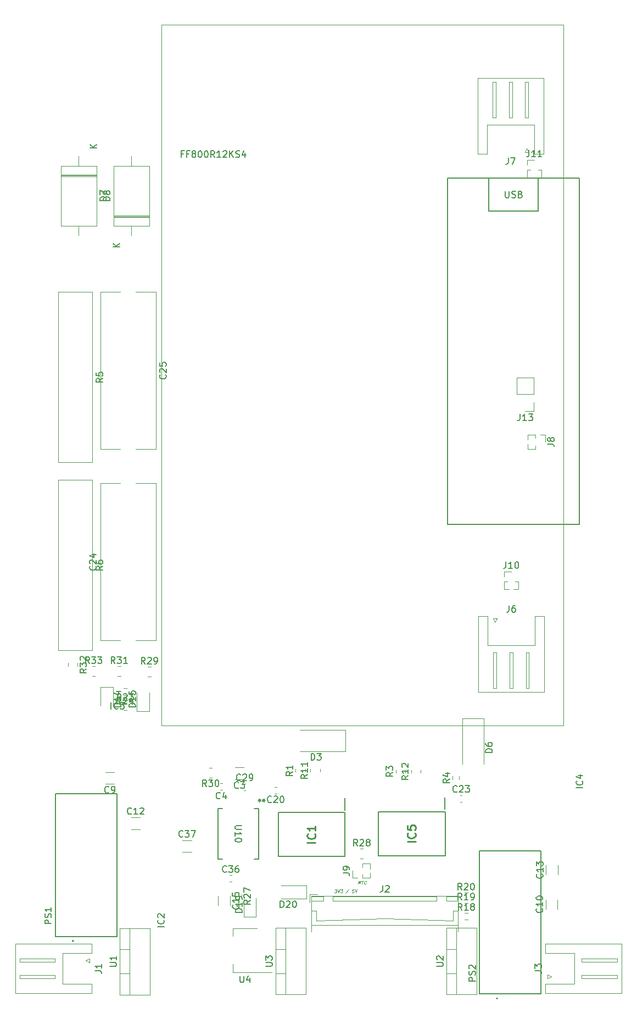
<source format=gbr>
%TF.GenerationSoftware,KiCad,Pcbnew,7.0.9*%
%TF.CreationDate,2024-01-29T20:39:33+05:30*%
%TF.ProjectId,Inverter,496e7665-7274-4657-922e-6b696361645f,rev?*%
%TF.SameCoordinates,Original*%
%TF.FileFunction,Legend,Top*%
%TF.FilePolarity,Positive*%
%FSLAX46Y46*%
G04 Gerber Fmt 4.6, Leading zero omitted, Abs format (unit mm)*
G04 Created by KiCad (PCBNEW 7.0.9) date 2024-01-29 20:39:33*
%MOMM*%
%LPD*%
G01*
G04 APERTURE LIST*
%ADD10C,0.125000*%
%ADD11C,0.150000*%
%ADD12C,0.254000*%
%ADD13C,0.120000*%
%ADD14C,0.200000*%
%ADD15C,0.152400*%
%ADD16C,0.127000*%
G04 APERTURE END LIST*
D10*
G36*
X60301168Y-146715000D02*
G01*
X60406803Y-146206974D01*
X60503524Y-146206974D01*
X60633583Y-146550258D01*
X60705024Y-146206974D01*
X60797348Y-146206974D01*
X60691713Y-146715000D01*
X60591939Y-146715000D01*
X60463834Y-146376845D01*
X60393492Y-146715000D01*
X60301168Y-146715000D01*
G37*
G36*
X60916050Y-146715000D02*
G01*
X61003855Y-146292948D01*
X60857676Y-146292948D01*
X60875505Y-146206974D01*
X61266905Y-146206974D01*
X61249075Y-146292948D01*
X61103262Y-146292948D01*
X61015457Y-146715000D01*
X60916050Y-146715000D01*
G37*
G36*
X61588328Y-146519605D02*
G01*
X61678210Y-146550868D01*
X61675724Y-146556032D01*
X61673198Y-146561112D01*
X61670632Y-146566108D01*
X61668026Y-146571020D01*
X61665379Y-146575849D01*
X61662692Y-146580594D01*
X61659965Y-146585255D01*
X61657197Y-146589833D01*
X61654389Y-146594326D01*
X61651541Y-146598737D01*
X61648652Y-146603063D01*
X61645723Y-146607306D01*
X61642754Y-146611465D01*
X61639745Y-146615540D01*
X61636695Y-146619531D01*
X61633605Y-146623439D01*
X61630474Y-146627263D01*
X61627304Y-146631003D01*
X61620841Y-146638233D01*
X61614217Y-146645127D01*
X61607433Y-146651687D01*
X61600486Y-146657912D01*
X61593379Y-146663802D01*
X61586110Y-146669357D01*
X61578681Y-146674577D01*
X61571110Y-146679472D01*
X61563389Y-146684051D01*
X61555517Y-146688315D01*
X61547494Y-146692262D01*
X61539320Y-146695894D01*
X61530996Y-146699210D01*
X61522521Y-146702210D01*
X61513895Y-146704894D01*
X61505119Y-146707262D01*
X61496191Y-146709315D01*
X61487113Y-146711052D01*
X61477885Y-146712473D01*
X61468505Y-146713578D01*
X61458975Y-146714368D01*
X61449294Y-146714842D01*
X61444397Y-146714960D01*
X61439462Y-146715000D01*
X61433381Y-146714933D01*
X61427396Y-146714734D01*
X61421506Y-146714403D01*
X61415711Y-146713939D01*
X61410013Y-146713342D01*
X61404410Y-146712612D01*
X61398903Y-146711750D01*
X61393491Y-146710756D01*
X61388175Y-146709629D01*
X61382955Y-146708369D01*
X61377830Y-146706976D01*
X61372801Y-146705451D01*
X61367868Y-146703793D01*
X61363030Y-146702003D01*
X61358288Y-146700080D01*
X61353641Y-146698025D01*
X61349091Y-146695836D01*
X61344635Y-146693516D01*
X61340276Y-146691062D01*
X61336012Y-146688476D01*
X61331844Y-146685758D01*
X61327771Y-146682906D01*
X61323794Y-146679923D01*
X61319913Y-146676806D01*
X61316127Y-146673557D01*
X61312437Y-146670175D01*
X61308843Y-146666661D01*
X61305344Y-146663014D01*
X61301941Y-146659234D01*
X61298634Y-146655322D01*
X61295422Y-146651277D01*
X61292306Y-146647100D01*
X61289317Y-146642808D01*
X61286472Y-146638418D01*
X61283770Y-146633931D01*
X61281212Y-146629347D01*
X61278797Y-146624665D01*
X61276526Y-146619886D01*
X61274399Y-146615010D01*
X61272415Y-146610036D01*
X61270575Y-146604965D01*
X61268879Y-146599797D01*
X61267326Y-146594531D01*
X61265916Y-146589169D01*
X61264650Y-146583708D01*
X61263528Y-146578151D01*
X61262549Y-146572496D01*
X61261714Y-146566744D01*
X61261023Y-146560895D01*
X61260475Y-146554948D01*
X61260071Y-146548904D01*
X61259810Y-146542762D01*
X61259693Y-146536524D01*
X61259719Y-146530188D01*
X61259890Y-146523754D01*
X61260203Y-146517224D01*
X61260660Y-146510596D01*
X61261261Y-146503871D01*
X61262006Y-146497048D01*
X61262894Y-146490128D01*
X61263925Y-146483111D01*
X61265100Y-146475996D01*
X61266419Y-146468785D01*
X61267882Y-146461475D01*
X61269550Y-146453745D01*
X61271321Y-146446122D01*
X61273192Y-146438609D01*
X61275165Y-146431205D01*
X61277239Y-146423909D01*
X61279415Y-146416722D01*
X61281692Y-146409643D01*
X61284070Y-146402674D01*
X61286550Y-146395813D01*
X61289131Y-146389061D01*
X61291814Y-146382418D01*
X61294598Y-146375884D01*
X61297483Y-146369458D01*
X61300469Y-146363141D01*
X61303557Y-146356933D01*
X61306747Y-146350833D01*
X61310037Y-146344843D01*
X61313430Y-146338961D01*
X61316923Y-146333188D01*
X61320518Y-146327523D01*
X61324214Y-146321968D01*
X61328012Y-146316521D01*
X61331911Y-146311183D01*
X61335911Y-146305954D01*
X61340013Y-146300833D01*
X61344216Y-146295822D01*
X61348520Y-146290919D01*
X61352926Y-146286124D01*
X61357433Y-146281439D01*
X61362041Y-146276862D01*
X61366751Y-146272394D01*
X61371563Y-146268035D01*
X61376450Y-146263798D01*
X61381387Y-146259695D01*
X61386374Y-146255726D01*
X61391411Y-146251892D01*
X61396499Y-146248193D01*
X61401636Y-146244628D01*
X61406824Y-146241197D01*
X61412061Y-146237902D01*
X61417349Y-146234740D01*
X61422687Y-146231714D01*
X61428075Y-146228821D01*
X61433513Y-146226063D01*
X61439001Y-146223440D01*
X61444539Y-146220952D01*
X61450127Y-146218597D01*
X61455765Y-146216378D01*
X61461454Y-146214293D01*
X61467192Y-146212342D01*
X61472981Y-146210526D01*
X61478820Y-146208844D01*
X61484708Y-146207297D01*
X61490647Y-146205885D01*
X61496636Y-146204607D01*
X61502675Y-146203463D01*
X61508764Y-146202454D01*
X61514904Y-146201580D01*
X61521093Y-146200840D01*
X61527332Y-146200235D01*
X61533622Y-146199764D01*
X61539961Y-146199428D01*
X61546351Y-146199226D01*
X61552791Y-146199159D01*
X61558394Y-146199215D01*
X61563908Y-146199385D01*
X61569332Y-146199667D01*
X61574666Y-146200063D01*
X61579910Y-146200572D01*
X61585065Y-146201194D01*
X61590130Y-146201929D01*
X61595106Y-146202776D01*
X61599992Y-146203737D01*
X61604788Y-146204811D01*
X61614111Y-146207299D01*
X61623076Y-146210238D01*
X61631681Y-146213630D01*
X61639928Y-146217474D01*
X61647817Y-146221770D01*
X61655346Y-146226519D01*
X61662517Y-146231719D01*
X61669329Y-146237372D01*
X61675782Y-146243477D01*
X61681877Y-146250035D01*
X61687613Y-146257044D01*
X61690821Y-146261450D01*
X61693851Y-146266089D01*
X61696702Y-146270960D01*
X61699375Y-146276065D01*
X61701869Y-146281402D01*
X61704185Y-146286972D01*
X61706323Y-146292774D01*
X61708282Y-146298810D01*
X61710063Y-146305078D01*
X61711665Y-146311579D01*
X61713089Y-146318313D01*
X61714335Y-146325280D01*
X61715402Y-146332479D01*
X61716290Y-146339911D01*
X61717001Y-146347576D01*
X61717533Y-146355474D01*
X61615806Y-146371106D01*
X61615657Y-146366194D01*
X61615107Y-146359073D01*
X61614164Y-146352245D01*
X61612829Y-146345712D01*
X61611100Y-146339473D01*
X61608979Y-146333528D01*
X61606465Y-146327876D01*
X61603558Y-146322519D01*
X61600258Y-146317457D01*
X61596566Y-146312688D01*
X61592480Y-146308213D01*
X61588050Y-146304088D01*
X61583324Y-146300369D01*
X61578302Y-146297056D01*
X61572983Y-146294148D01*
X61567368Y-146291646D01*
X61561457Y-146289550D01*
X61555249Y-146287859D01*
X61548746Y-146286575D01*
X61541946Y-146285696D01*
X61534849Y-146285222D01*
X61529954Y-146285132D01*
X61523163Y-146285288D01*
X61516467Y-146285754D01*
X61509867Y-146286532D01*
X61503362Y-146287620D01*
X61496953Y-146289020D01*
X61490639Y-146290731D01*
X61484420Y-146292752D01*
X61478297Y-146295085D01*
X61472269Y-146297729D01*
X61466337Y-146300683D01*
X61460499Y-146303949D01*
X61454758Y-146307526D01*
X61449112Y-146311414D01*
X61443561Y-146315613D01*
X61438105Y-146320123D01*
X61432745Y-146324944D01*
X61427541Y-146330113D01*
X61422524Y-146335669D01*
X61417692Y-146341612D01*
X61413046Y-146347941D01*
X61408586Y-146354656D01*
X61404312Y-146361758D01*
X61400224Y-146369246D01*
X61396323Y-146377120D01*
X61392607Y-146385381D01*
X61389078Y-146394028D01*
X61385734Y-146403062D01*
X61384132Y-146407724D01*
X61382576Y-146412482D01*
X61381067Y-146417337D01*
X61379605Y-146422288D01*
X61378189Y-146427336D01*
X61376820Y-146432481D01*
X61375497Y-146437722D01*
X61374220Y-146443060D01*
X61372990Y-146448495D01*
X61371807Y-146454026D01*
X61370622Y-146459888D01*
X61369524Y-146465644D01*
X61368514Y-146471293D01*
X61367592Y-146476836D01*
X61366757Y-146482273D01*
X61366009Y-146487603D01*
X61365350Y-146492827D01*
X61364777Y-146497944D01*
X61364292Y-146502955D01*
X61363895Y-146507860D01*
X61363363Y-146517350D01*
X61363182Y-146526414D01*
X61363350Y-146535054D01*
X61363869Y-146543267D01*
X61364737Y-146551055D01*
X61365956Y-146558418D01*
X61367525Y-146565355D01*
X61369444Y-146571867D01*
X61371713Y-146577953D01*
X61374333Y-146583613D01*
X61377302Y-146588848D01*
X61380573Y-146593713D01*
X61384067Y-146598265D01*
X61387782Y-146602502D01*
X61391720Y-146606426D01*
X61395881Y-146610036D01*
X61400263Y-146613332D01*
X61404868Y-146616313D01*
X61409695Y-146618982D01*
X61414745Y-146621336D01*
X61420016Y-146623376D01*
X61425510Y-146625102D01*
X61431227Y-146626515D01*
X61437165Y-146627614D01*
X61443326Y-146628398D01*
X61449709Y-146628869D01*
X61456315Y-146629026D01*
X61461254Y-146628923D01*
X61466148Y-146628614D01*
X61473404Y-146627764D01*
X61480560Y-146626450D01*
X61487615Y-146624673D01*
X61494569Y-146622431D01*
X61499149Y-146620680D01*
X61503685Y-146618722D01*
X61508175Y-146616558D01*
X61512621Y-146614188D01*
X61517021Y-146611612D01*
X61521377Y-146608830D01*
X61525688Y-146605842D01*
X61529954Y-146602648D01*
X61534175Y-146599232D01*
X61538319Y-146595580D01*
X61542388Y-146591691D01*
X61546379Y-146587566D01*
X61550295Y-146583204D01*
X61554134Y-146578605D01*
X61557897Y-146573770D01*
X61561584Y-146568698D01*
X61565194Y-146563390D01*
X61568728Y-146557844D01*
X61572185Y-146552063D01*
X61575566Y-146546045D01*
X61578871Y-146539790D01*
X61582100Y-146533298D01*
X61585252Y-146526570D01*
X61588328Y-146519605D01*
G37*
D11*
X46079819Y-159311904D02*
X46889342Y-159311904D01*
X46889342Y-159311904D02*
X46984580Y-159264285D01*
X46984580Y-159264285D02*
X47032200Y-159216666D01*
X47032200Y-159216666D02*
X47079819Y-159121428D01*
X47079819Y-159121428D02*
X47079819Y-158930952D01*
X47079819Y-158930952D02*
X47032200Y-158835714D01*
X47032200Y-158835714D02*
X46984580Y-158788095D01*
X46984580Y-158788095D02*
X46889342Y-158740476D01*
X46889342Y-158740476D02*
X46079819Y-158740476D01*
X46079819Y-158359523D02*
X46079819Y-157740476D01*
X46079819Y-157740476D02*
X46460771Y-158073809D01*
X46460771Y-158073809D02*
X46460771Y-157930952D01*
X46460771Y-157930952D02*
X46508390Y-157835714D01*
X46508390Y-157835714D02*
X46556009Y-157788095D01*
X46556009Y-157788095D02*
X46651247Y-157740476D01*
X46651247Y-157740476D02*
X46889342Y-157740476D01*
X46889342Y-157740476D02*
X46984580Y-157788095D01*
X46984580Y-157788095D02*
X47032200Y-157835714D01*
X47032200Y-157835714D02*
X47079819Y-157930952D01*
X47079819Y-157930952D02*
X47079819Y-158216666D01*
X47079819Y-158216666D02*
X47032200Y-158311904D01*
X47032200Y-158311904D02*
X46984580Y-158359523D01*
D12*
X69179718Y-140125562D02*
X67909718Y-140125562D01*
X69058765Y-138795085D02*
X69119242Y-138855561D01*
X69119242Y-138855561D02*
X69179718Y-139036990D01*
X69179718Y-139036990D02*
X69179718Y-139157942D01*
X69179718Y-139157942D02*
X69119242Y-139339371D01*
X69119242Y-139339371D02*
X68998289Y-139460323D01*
X68998289Y-139460323D02*
X68877337Y-139520800D01*
X68877337Y-139520800D02*
X68635432Y-139581276D01*
X68635432Y-139581276D02*
X68454003Y-139581276D01*
X68454003Y-139581276D02*
X68212099Y-139520800D01*
X68212099Y-139520800D02*
X68091146Y-139460323D01*
X68091146Y-139460323D02*
X67970194Y-139339371D01*
X67970194Y-139339371D02*
X67909718Y-139157942D01*
X67909718Y-139157942D02*
X67909718Y-139036990D01*
X67909718Y-139036990D02*
X67970194Y-138855561D01*
X67970194Y-138855561D02*
X68030670Y-138795085D01*
X67909718Y-137646038D02*
X67909718Y-138250800D01*
X67909718Y-138250800D02*
X68514480Y-138311276D01*
X68514480Y-138311276D02*
X68454003Y-138250800D01*
X68454003Y-138250800D02*
X68393527Y-138129847D01*
X68393527Y-138129847D02*
X68393527Y-137827466D01*
X68393527Y-137827466D02*
X68454003Y-137706514D01*
X68454003Y-137706514D02*
X68514480Y-137646038D01*
X68514480Y-137646038D02*
X68635432Y-137585561D01*
X68635432Y-137585561D02*
X68937813Y-137585561D01*
X68937813Y-137585561D02*
X69058765Y-137646038D01*
X69058765Y-137646038D02*
X69119242Y-137706514D01*
X69119242Y-137706514D02*
X69179718Y-137827466D01*
X69179718Y-137827466D02*
X69179718Y-138129847D01*
X69179718Y-138129847D02*
X69119242Y-138250800D01*
X69119242Y-138250800D02*
X69058765Y-138311276D01*
X53761918Y-140227162D02*
X52491918Y-140227162D01*
X53640965Y-138896685D02*
X53701442Y-138957161D01*
X53701442Y-138957161D02*
X53761918Y-139138590D01*
X53761918Y-139138590D02*
X53761918Y-139259542D01*
X53761918Y-139259542D02*
X53701442Y-139440971D01*
X53701442Y-139440971D02*
X53580489Y-139561923D01*
X53580489Y-139561923D02*
X53459537Y-139622400D01*
X53459537Y-139622400D02*
X53217632Y-139682876D01*
X53217632Y-139682876D02*
X53036203Y-139682876D01*
X53036203Y-139682876D02*
X52794299Y-139622400D01*
X52794299Y-139622400D02*
X52673346Y-139561923D01*
X52673346Y-139561923D02*
X52552394Y-139440971D01*
X52552394Y-139440971D02*
X52491918Y-139259542D01*
X52491918Y-139259542D02*
X52491918Y-139138590D01*
X52491918Y-139138590D02*
X52552394Y-138957161D01*
X52552394Y-138957161D02*
X52612870Y-138896685D01*
X53761918Y-137687161D02*
X53761918Y-138412876D01*
X53761918Y-138050019D02*
X52491918Y-138050019D01*
X52491918Y-138050019D02*
X52673346Y-138170971D01*
X52673346Y-138170971D02*
X52794299Y-138291923D01*
X52794299Y-138291923D02*
X52854775Y-138412876D01*
D11*
X42395180Y-137661905D02*
X41585657Y-137661905D01*
X41585657Y-137661905D02*
X41490419Y-137709524D01*
X41490419Y-137709524D02*
X41442800Y-137757143D01*
X41442800Y-137757143D02*
X41395180Y-137852381D01*
X41395180Y-137852381D02*
X41395180Y-138042857D01*
X41395180Y-138042857D02*
X41442800Y-138138095D01*
X41442800Y-138138095D02*
X41490419Y-138185714D01*
X41490419Y-138185714D02*
X41585657Y-138233333D01*
X41585657Y-138233333D02*
X42395180Y-138233333D01*
X41395180Y-139233333D02*
X41395180Y-138661905D01*
X41395180Y-138947619D02*
X42395180Y-138947619D01*
X42395180Y-138947619D02*
X42252323Y-138852381D01*
X42252323Y-138852381D02*
X42157085Y-138757143D01*
X42157085Y-138757143D02*
X42109466Y-138661905D01*
X42395180Y-139852381D02*
X42395180Y-139947619D01*
X42395180Y-139947619D02*
X42347561Y-140042857D01*
X42347561Y-140042857D02*
X42299942Y-140090476D01*
X42299942Y-140090476D02*
X42204704Y-140138095D01*
X42204704Y-140138095D02*
X42014228Y-140185714D01*
X42014228Y-140185714D02*
X41776133Y-140185714D01*
X41776133Y-140185714D02*
X41585657Y-140138095D01*
X41585657Y-140138095D02*
X41490419Y-140090476D01*
X41490419Y-140090476D02*
X41442800Y-140042857D01*
X41442800Y-140042857D02*
X41395180Y-139947619D01*
X41395180Y-139947619D02*
X41395180Y-139852381D01*
X41395180Y-139852381D02*
X41442800Y-139757143D01*
X41442800Y-139757143D02*
X41490419Y-139709524D01*
X41490419Y-139709524D02*
X41585657Y-139661905D01*
X41585657Y-139661905D02*
X41776133Y-139614286D01*
X41776133Y-139614286D02*
X42014228Y-139614286D01*
X42014228Y-139614286D02*
X42204704Y-139661905D01*
X42204704Y-139661905D02*
X42299942Y-139709524D01*
X42299942Y-139709524D02*
X42347561Y-139757143D01*
X42347561Y-139757143D02*
X42395180Y-139852381D01*
X44911619Y-133769199D02*
X45149714Y-133769199D01*
X45054476Y-134007294D02*
X45149714Y-133769199D01*
X45149714Y-133769199D02*
X45054476Y-133531104D01*
X45340190Y-133912056D02*
X45149714Y-133769199D01*
X45149714Y-133769199D02*
X45340190Y-133626342D01*
X46001980Y-133769200D02*
X45763885Y-133769200D01*
X45859123Y-133531105D02*
X45763885Y-133769200D01*
X45763885Y-133769200D02*
X45859123Y-134007295D01*
X45573409Y-133626343D02*
X45763885Y-133769200D01*
X45763885Y-133769200D02*
X45573409Y-133912057D01*
X53109905Y-127541819D02*
X53109905Y-126541819D01*
X53109905Y-126541819D02*
X53348000Y-126541819D01*
X53348000Y-126541819D02*
X53490857Y-126589438D01*
X53490857Y-126589438D02*
X53586095Y-126684676D01*
X53586095Y-126684676D02*
X53633714Y-126779914D01*
X53633714Y-126779914D02*
X53681333Y-126970390D01*
X53681333Y-126970390D02*
X53681333Y-127113247D01*
X53681333Y-127113247D02*
X53633714Y-127303723D01*
X53633714Y-127303723D02*
X53586095Y-127398961D01*
X53586095Y-127398961D02*
X53490857Y-127494200D01*
X53490857Y-127494200D02*
X53348000Y-127541819D01*
X53348000Y-127541819D02*
X53109905Y-127541819D01*
X54014667Y-126541819D02*
X54633714Y-126541819D01*
X54633714Y-126541819D02*
X54300381Y-126922771D01*
X54300381Y-126922771D02*
X54443238Y-126922771D01*
X54443238Y-126922771D02*
X54538476Y-126970390D01*
X54538476Y-126970390D02*
X54586095Y-127018009D01*
X54586095Y-127018009D02*
X54633714Y-127113247D01*
X54633714Y-127113247D02*
X54633714Y-127351342D01*
X54633714Y-127351342D02*
X54586095Y-127446580D01*
X54586095Y-127446580D02*
X54538476Y-127494200D01*
X54538476Y-127494200D02*
X54443238Y-127541819D01*
X54443238Y-127541819D02*
X54157524Y-127541819D01*
X54157524Y-127541819D02*
X54062286Y-127494200D01*
X54062286Y-127494200D02*
X54014667Y-127446580D01*
X68063219Y-129963657D02*
X67587028Y-130296990D01*
X68063219Y-130535085D02*
X67063219Y-130535085D01*
X67063219Y-130535085D02*
X67063219Y-130154133D01*
X67063219Y-130154133D02*
X67110838Y-130058895D01*
X67110838Y-130058895D02*
X67158457Y-130011276D01*
X67158457Y-130011276D02*
X67253695Y-129963657D01*
X67253695Y-129963657D02*
X67396552Y-129963657D01*
X67396552Y-129963657D02*
X67491790Y-130011276D01*
X67491790Y-130011276D02*
X67539409Y-130058895D01*
X67539409Y-130058895D02*
X67587028Y-130154133D01*
X67587028Y-130154133D02*
X67587028Y-130535085D01*
X68063219Y-129011276D02*
X68063219Y-129582704D01*
X68063219Y-129296990D02*
X67063219Y-129296990D01*
X67063219Y-129296990D02*
X67206076Y-129392228D01*
X67206076Y-129392228D02*
X67301314Y-129487466D01*
X67301314Y-129487466D02*
X67348933Y-129582704D01*
X67158457Y-128630323D02*
X67110838Y-128582704D01*
X67110838Y-128582704D02*
X67063219Y-128487466D01*
X67063219Y-128487466D02*
X67063219Y-128249371D01*
X67063219Y-128249371D02*
X67110838Y-128154133D01*
X67110838Y-128154133D02*
X67158457Y-128106514D01*
X67158457Y-128106514D02*
X67253695Y-128058895D01*
X67253695Y-128058895D02*
X67348933Y-128058895D01*
X67348933Y-128058895D02*
X67491790Y-128106514D01*
X67491790Y-128106514D02*
X68063219Y-128677942D01*
X68063219Y-128677942D02*
X68063219Y-128058895D01*
X25392142Y-135796580D02*
X25344523Y-135844200D01*
X25344523Y-135844200D02*
X25201666Y-135891819D01*
X25201666Y-135891819D02*
X25106428Y-135891819D01*
X25106428Y-135891819D02*
X24963571Y-135844200D01*
X24963571Y-135844200D02*
X24868333Y-135748961D01*
X24868333Y-135748961D02*
X24820714Y-135653723D01*
X24820714Y-135653723D02*
X24773095Y-135463247D01*
X24773095Y-135463247D02*
X24773095Y-135320390D01*
X24773095Y-135320390D02*
X24820714Y-135129914D01*
X24820714Y-135129914D02*
X24868333Y-135034676D01*
X24868333Y-135034676D02*
X24963571Y-134939438D01*
X24963571Y-134939438D02*
X25106428Y-134891819D01*
X25106428Y-134891819D02*
X25201666Y-134891819D01*
X25201666Y-134891819D02*
X25344523Y-134939438D01*
X25344523Y-134939438D02*
X25392142Y-134987057D01*
X26344523Y-135891819D02*
X25773095Y-135891819D01*
X26058809Y-135891819D02*
X26058809Y-134891819D01*
X26058809Y-134891819D02*
X25963571Y-135034676D01*
X25963571Y-135034676D02*
X25868333Y-135129914D01*
X25868333Y-135129914D02*
X25773095Y-135177533D01*
X26725476Y-134987057D02*
X26773095Y-134939438D01*
X26773095Y-134939438D02*
X26868333Y-134891819D01*
X26868333Y-134891819D02*
X27106428Y-134891819D01*
X27106428Y-134891819D02*
X27201666Y-134939438D01*
X27201666Y-134939438D02*
X27249285Y-134987057D01*
X27249285Y-134987057D02*
X27296904Y-135082295D01*
X27296904Y-135082295D02*
X27296904Y-135177533D01*
X27296904Y-135177533D02*
X27249285Y-135320390D01*
X27249285Y-135320390D02*
X26677857Y-135891819D01*
X26677857Y-135891819D02*
X27296904Y-135891819D01*
X22084819Y-41378094D02*
X21084819Y-41378094D01*
X21084819Y-41378094D02*
X21084819Y-41139999D01*
X21084819Y-41139999D02*
X21132438Y-40997142D01*
X21132438Y-40997142D02*
X21227676Y-40901904D01*
X21227676Y-40901904D02*
X21322914Y-40854285D01*
X21322914Y-40854285D02*
X21513390Y-40806666D01*
X21513390Y-40806666D02*
X21656247Y-40806666D01*
X21656247Y-40806666D02*
X21846723Y-40854285D01*
X21846723Y-40854285D02*
X21941961Y-40901904D01*
X21941961Y-40901904D02*
X22037200Y-40997142D01*
X22037200Y-40997142D02*
X22084819Y-41139999D01*
X22084819Y-41139999D02*
X22084819Y-41378094D01*
X21513390Y-40235237D02*
X21465771Y-40330475D01*
X21465771Y-40330475D02*
X21418152Y-40378094D01*
X21418152Y-40378094D02*
X21322914Y-40425713D01*
X21322914Y-40425713D02*
X21275295Y-40425713D01*
X21275295Y-40425713D02*
X21180057Y-40378094D01*
X21180057Y-40378094D02*
X21132438Y-40330475D01*
X21132438Y-40330475D02*
X21084819Y-40235237D01*
X21084819Y-40235237D02*
X21084819Y-40044761D01*
X21084819Y-40044761D02*
X21132438Y-39949523D01*
X21132438Y-39949523D02*
X21180057Y-39901904D01*
X21180057Y-39901904D02*
X21275295Y-39854285D01*
X21275295Y-39854285D02*
X21322914Y-39854285D01*
X21322914Y-39854285D02*
X21418152Y-39901904D01*
X21418152Y-39901904D02*
X21465771Y-39949523D01*
X21465771Y-39949523D02*
X21513390Y-40044761D01*
X21513390Y-40044761D02*
X21513390Y-40235237D01*
X21513390Y-40235237D02*
X21561009Y-40330475D01*
X21561009Y-40330475D02*
X21608628Y-40378094D01*
X21608628Y-40378094D02*
X21703866Y-40425713D01*
X21703866Y-40425713D02*
X21894342Y-40425713D01*
X21894342Y-40425713D02*
X21989580Y-40378094D01*
X21989580Y-40378094D02*
X22037200Y-40330475D01*
X22037200Y-40330475D02*
X22084819Y-40235237D01*
X22084819Y-40235237D02*
X22084819Y-40044761D01*
X22084819Y-40044761D02*
X22037200Y-39949523D01*
X22037200Y-39949523D02*
X21989580Y-39901904D01*
X21989580Y-39901904D02*
X21894342Y-39854285D01*
X21894342Y-39854285D02*
X21703866Y-39854285D01*
X21703866Y-39854285D02*
X21608628Y-39901904D01*
X21608628Y-39901904D02*
X21561009Y-39949523D01*
X21561009Y-39949523D02*
X21513390Y-40044761D01*
X23554819Y-48521904D02*
X22554819Y-48521904D01*
X23554819Y-47950476D02*
X22983390Y-48379047D01*
X22554819Y-47950476D02*
X23126247Y-48521904D01*
X42454819Y-151014285D02*
X41454819Y-151014285D01*
X41454819Y-151014285D02*
X41454819Y-150776190D01*
X41454819Y-150776190D02*
X41502438Y-150633333D01*
X41502438Y-150633333D02*
X41597676Y-150538095D01*
X41597676Y-150538095D02*
X41692914Y-150490476D01*
X41692914Y-150490476D02*
X41883390Y-150442857D01*
X41883390Y-150442857D02*
X42026247Y-150442857D01*
X42026247Y-150442857D02*
X42216723Y-150490476D01*
X42216723Y-150490476D02*
X42311961Y-150538095D01*
X42311961Y-150538095D02*
X42407200Y-150633333D01*
X42407200Y-150633333D02*
X42454819Y-150776190D01*
X42454819Y-150776190D02*
X42454819Y-151014285D01*
X42454819Y-149490476D02*
X42454819Y-150061904D01*
X42454819Y-149776190D02*
X41454819Y-149776190D01*
X41454819Y-149776190D02*
X41597676Y-149871428D01*
X41597676Y-149871428D02*
X41692914Y-149966666D01*
X41692914Y-149966666D02*
X41740533Y-150061904D01*
X42454819Y-149014285D02*
X42454819Y-148823809D01*
X42454819Y-148823809D02*
X42407200Y-148728571D01*
X42407200Y-148728571D02*
X42359580Y-148680952D01*
X42359580Y-148680952D02*
X42216723Y-148585714D01*
X42216723Y-148585714D02*
X42026247Y-148538095D01*
X42026247Y-148538095D02*
X41645295Y-148538095D01*
X41645295Y-148538095D02*
X41550057Y-148585714D01*
X41550057Y-148585714D02*
X41502438Y-148633333D01*
X41502438Y-148633333D02*
X41454819Y-148728571D01*
X41454819Y-148728571D02*
X41454819Y-148919047D01*
X41454819Y-148919047D02*
X41502438Y-149014285D01*
X41502438Y-149014285D02*
X41550057Y-149061904D01*
X41550057Y-149061904D02*
X41645295Y-149109523D01*
X41645295Y-149109523D02*
X41883390Y-149109523D01*
X41883390Y-149109523D02*
X41978628Y-149061904D01*
X41978628Y-149061904D02*
X42026247Y-149014285D01*
X42026247Y-149014285D02*
X42073866Y-148919047D01*
X42073866Y-148919047D02*
X42073866Y-148728571D01*
X42073866Y-148728571D02*
X42026247Y-148633333D01*
X42026247Y-148633333D02*
X41978628Y-148585714D01*
X41978628Y-148585714D02*
X41883390Y-148538095D01*
X33307142Y-139309580D02*
X33259523Y-139357200D01*
X33259523Y-139357200D02*
X33116666Y-139404819D01*
X33116666Y-139404819D02*
X33021428Y-139404819D01*
X33021428Y-139404819D02*
X32878571Y-139357200D01*
X32878571Y-139357200D02*
X32783333Y-139261961D01*
X32783333Y-139261961D02*
X32735714Y-139166723D01*
X32735714Y-139166723D02*
X32688095Y-138976247D01*
X32688095Y-138976247D02*
X32688095Y-138833390D01*
X32688095Y-138833390D02*
X32735714Y-138642914D01*
X32735714Y-138642914D02*
X32783333Y-138547676D01*
X32783333Y-138547676D02*
X32878571Y-138452438D01*
X32878571Y-138452438D02*
X33021428Y-138404819D01*
X33021428Y-138404819D02*
X33116666Y-138404819D01*
X33116666Y-138404819D02*
X33259523Y-138452438D01*
X33259523Y-138452438D02*
X33307142Y-138500057D01*
X33640476Y-138404819D02*
X34259523Y-138404819D01*
X34259523Y-138404819D02*
X33926190Y-138785771D01*
X33926190Y-138785771D02*
X34069047Y-138785771D01*
X34069047Y-138785771D02*
X34164285Y-138833390D01*
X34164285Y-138833390D02*
X34211904Y-138881009D01*
X34211904Y-138881009D02*
X34259523Y-138976247D01*
X34259523Y-138976247D02*
X34259523Y-139214342D01*
X34259523Y-139214342D02*
X34211904Y-139309580D01*
X34211904Y-139309580D02*
X34164285Y-139357200D01*
X34164285Y-139357200D02*
X34069047Y-139404819D01*
X34069047Y-139404819D02*
X33783333Y-139404819D01*
X33783333Y-139404819D02*
X33688095Y-139357200D01*
X33688095Y-139357200D02*
X33640476Y-139309580D01*
X34592857Y-138404819D02*
X35259523Y-138404819D01*
X35259523Y-138404819D02*
X34830952Y-139404819D01*
X26004819Y-119395285D02*
X25004819Y-119395285D01*
X25004819Y-119395285D02*
X25004819Y-119157190D01*
X25004819Y-119157190D02*
X25052438Y-119014333D01*
X25052438Y-119014333D02*
X25147676Y-118919095D01*
X25147676Y-118919095D02*
X25242914Y-118871476D01*
X25242914Y-118871476D02*
X25433390Y-118823857D01*
X25433390Y-118823857D02*
X25576247Y-118823857D01*
X25576247Y-118823857D02*
X25766723Y-118871476D01*
X25766723Y-118871476D02*
X25861961Y-118919095D01*
X25861961Y-118919095D02*
X25957200Y-119014333D01*
X25957200Y-119014333D02*
X26004819Y-119157190D01*
X26004819Y-119157190D02*
X26004819Y-119395285D01*
X26004819Y-117871476D02*
X26004819Y-118442904D01*
X26004819Y-118157190D02*
X25004819Y-118157190D01*
X25004819Y-118157190D02*
X25147676Y-118252428D01*
X25147676Y-118252428D02*
X25242914Y-118347666D01*
X25242914Y-118347666D02*
X25290533Y-118442904D01*
X25004819Y-116966714D02*
X25004819Y-117442904D01*
X25004819Y-117442904D02*
X25481009Y-117490523D01*
X25481009Y-117490523D02*
X25433390Y-117442904D01*
X25433390Y-117442904D02*
X25385771Y-117347666D01*
X25385771Y-117347666D02*
X25385771Y-117109571D01*
X25385771Y-117109571D02*
X25433390Y-117014333D01*
X25433390Y-117014333D02*
X25481009Y-116966714D01*
X25481009Y-116966714D02*
X25576247Y-116919095D01*
X25576247Y-116919095D02*
X25814342Y-116919095D01*
X25814342Y-116919095D02*
X25909580Y-116966714D01*
X25909580Y-116966714D02*
X25957200Y-117014333D01*
X25957200Y-117014333D02*
X26004819Y-117109571D01*
X26004819Y-117109571D02*
X26004819Y-117347666D01*
X26004819Y-117347666D02*
X25957200Y-117442904D01*
X25957200Y-117442904D02*
X25909580Y-117490523D01*
X13034819Y-152744785D02*
X12034819Y-152744785D01*
X12034819Y-152744785D02*
X12034819Y-152363833D01*
X12034819Y-152363833D02*
X12082438Y-152268595D01*
X12082438Y-152268595D02*
X12130057Y-152220976D01*
X12130057Y-152220976D02*
X12225295Y-152173357D01*
X12225295Y-152173357D02*
X12368152Y-152173357D01*
X12368152Y-152173357D02*
X12463390Y-152220976D01*
X12463390Y-152220976D02*
X12511009Y-152268595D01*
X12511009Y-152268595D02*
X12558628Y-152363833D01*
X12558628Y-152363833D02*
X12558628Y-152744785D01*
X12987200Y-151792404D02*
X13034819Y-151649547D01*
X13034819Y-151649547D02*
X13034819Y-151411452D01*
X13034819Y-151411452D02*
X12987200Y-151316214D01*
X12987200Y-151316214D02*
X12939580Y-151268595D01*
X12939580Y-151268595D02*
X12844342Y-151220976D01*
X12844342Y-151220976D02*
X12749104Y-151220976D01*
X12749104Y-151220976D02*
X12653866Y-151268595D01*
X12653866Y-151268595D02*
X12606247Y-151316214D01*
X12606247Y-151316214D02*
X12558628Y-151411452D01*
X12558628Y-151411452D02*
X12511009Y-151601928D01*
X12511009Y-151601928D02*
X12463390Y-151697166D01*
X12463390Y-151697166D02*
X12415771Y-151744785D01*
X12415771Y-151744785D02*
X12320533Y-151792404D01*
X12320533Y-151792404D02*
X12225295Y-151792404D01*
X12225295Y-151792404D02*
X12130057Y-151744785D01*
X12130057Y-151744785D02*
X12082438Y-151697166D01*
X12082438Y-151697166D02*
X12034819Y-151601928D01*
X12034819Y-151601928D02*
X12034819Y-151363833D01*
X12034819Y-151363833D02*
X12082438Y-151220976D01*
X13034819Y-150268595D02*
X13034819Y-150840023D01*
X13034819Y-150554309D02*
X12034819Y-150554309D01*
X12034819Y-150554309D02*
X12177676Y-150649547D01*
X12177676Y-150649547D02*
X12272914Y-150744785D01*
X12272914Y-150744785D02*
X12320533Y-150840023D01*
X64122666Y-146882419D02*
X64122666Y-147596704D01*
X64122666Y-147596704D02*
X64075047Y-147739561D01*
X64075047Y-147739561D02*
X63979809Y-147834800D01*
X63979809Y-147834800D02*
X63836952Y-147882419D01*
X63836952Y-147882419D02*
X63741714Y-147882419D01*
X64551238Y-146977657D02*
X64598857Y-146930038D01*
X64598857Y-146930038D02*
X64694095Y-146882419D01*
X64694095Y-146882419D02*
X64932190Y-146882419D01*
X64932190Y-146882419D02*
X65027428Y-146930038D01*
X65027428Y-146930038D02*
X65075047Y-146977657D01*
X65075047Y-146977657D02*
X65122666Y-147072895D01*
X65122666Y-147072895D02*
X65122666Y-147168133D01*
X65122666Y-147168133D02*
X65075047Y-147310990D01*
X65075047Y-147310990D02*
X64503619Y-147882419D01*
X64503619Y-147882419D02*
X65122666Y-147882419D01*
X23776522Y-118348819D02*
X23443189Y-117872628D01*
X23205094Y-118348819D02*
X23205094Y-117348819D01*
X23205094Y-117348819D02*
X23586046Y-117348819D01*
X23586046Y-117348819D02*
X23681284Y-117396438D01*
X23681284Y-117396438D02*
X23728903Y-117444057D01*
X23728903Y-117444057D02*
X23776522Y-117539295D01*
X23776522Y-117539295D02*
X23776522Y-117682152D01*
X23776522Y-117682152D02*
X23728903Y-117777390D01*
X23728903Y-117777390D02*
X23681284Y-117825009D01*
X23681284Y-117825009D02*
X23586046Y-117872628D01*
X23586046Y-117872628D02*
X23205094Y-117872628D01*
X24157475Y-117444057D02*
X24205094Y-117396438D01*
X24205094Y-117396438D02*
X24300332Y-117348819D01*
X24300332Y-117348819D02*
X24538427Y-117348819D01*
X24538427Y-117348819D02*
X24633665Y-117396438D01*
X24633665Y-117396438D02*
X24681284Y-117444057D01*
X24681284Y-117444057D02*
X24728903Y-117539295D01*
X24728903Y-117539295D02*
X24728903Y-117634533D01*
X24728903Y-117634533D02*
X24681284Y-117777390D01*
X24681284Y-117777390D02*
X24109856Y-118348819D01*
X24109856Y-118348819D02*
X24728903Y-118348819D01*
X25062237Y-117348819D02*
X25681284Y-117348819D01*
X25681284Y-117348819D02*
X25347951Y-117729771D01*
X25347951Y-117729771D02*
X25490808Y-117729771D01*
X25490808Y-117729771D02*
X25586046Y-117777390D01*
X25586046Y-117777390D02*
X25633665Y-117825009D01*
X25633665Y-117825009D02*
X25681284Y-117920247D01*
X25681284Y-117920247D02*
X25681284Y-118158342D01*
X25681284Y-118158342D02*
X25633665Y-118253580D01*
X25633665Y-118253580D02*
X25586046Y-118301200D01*
X25586046Y-118301200D02*
X25490808Y-118348819D01*
X25490808Y-118348819D02*
X25205094Y-118348819D01*
X25205094Y-118348819D02*
X25109856Y-118301200D01*
X25109856Y-118301200D02*
X25062237Y-118253580D01*
X30651580Y-68206857D02*
X30699200Y-68254476D01*
X30699200Y-68254476D02*
X30746819Y-68397333D01*
X30746819Y-68397333D02*
X30746819Y-68492571D01*
X30746819Y-68492571D02*
X30699200Y-68635428D01*
X30699200Y-68635428D02*
X30603961Y-68730666D01*
X30603961Y-68730666D02*
X30508723Y-68778285D01*
X30508723Y-68778285D02*
X30318247Y-68825904D01*
X30318247Y-68825904D02*
X30175390Y-68825904D01*
X30175390Y-68825904D02*
X29984914Y-68778285D01*
X29984914Y-68778285D02*
X29889676Y-68730666D01*
X29889676Y-68730666D02*
X29794438Y-68635428D01*
X29794438Y-68635428D02*
X29746819Y-68492571D01*
X29746819Y-68492571D02*
X29746819Y-68397333D01*
X29746819Y-68397333D02*
X29794438Y-68254476D01*
X29794438Y-68254476D02*
X29842057Y-68206857D01*
X29842057Y-67825904D02*
X29794438Y-67778285D01*
X29794438Y-67778285D02*
X29746819Y-67683047D01*
X29746819Y-67683047D02*
X29746819Y-67444952D01*
X29746819Y-67444952D02*
X29794438Y-67349714D01*
X29794438Y-67349714D02*
X29842057Y-67302095D01*
X29842057Y-67302095D02*
X29937295Y-67254476D01*
X29937295Y-67254476D02*
X30032533Y-67254476D01*
X30032533Y-67254476D02*
X30175390Y-67302095D01*
X30175390Y-67302095D02*
X30746819Y-67873523D01*
X30746819Y-67873523D02*
X30746819Y-67254476D01*
X29746819Y-66349714D02*
X29746819Y-66825904D01*
X29746819Y-66825904D02*
X30223009Y-66873523D01*
X30223009Y-66873523D02*
X30175390Y-66825904D01*
X30175390Y-66825904D02*
X30127771Y-66730666D01*
X30127771Y-66730666D02*
X30127771Y-66492571D01*
X30127771Y-66492571D02*
X30175390Y-66397333D01*
X30175390Y-66397333D02*
X30223009Y-66349714D01*
X30223009Y-66349714D02*
X30318247Y-66302095D01*
X30318247Y-66302095D02*
X30556342Y-66302095D01*
X30556342Y-66302095D02*
X30651580Y-66349714D01*
X30651580Y-66349714D02*
X30699200Y-66397333D01*
X30699200Y-66397333D02*
X30746819Y-66492571D01*
X30746819Y-66492571D02*
X30746819Y-66730666D01*
X30746819Y-66730666D02*
X30699200Y-66825904D01*
X30699200Y-66825904D02*
X30651580Y-66873523D01*
X20968819Y-68746666D02*
X20492628Y-69079999D01*
X20968819Y-69318094D02*
X19968819Y-69318094D01*
X19968819Y-69318094D02*
X19968819Y-68937142D01*
X19968819Y-68937142D02*
X20016438Y-68841904D01*
X20016438Y-68841904D02*
X20064057Y-68794285D01*
X20064057Y-68794285D02*
X20159295Y-68746666D01*
X20159295Y-68746666D02*
X20302152Y-68746666D01*
X20302152Y-68746666D02*
X20397390Y-68794285D01*
X20397390Y-68794285D02*
X20445009Y-68841904D01*
X20445009Y-68841904D02*
X20492628Y-68937142D01*
X20492628Y-68937142D02*
X20492628Y-69318094D01*
X19968819Y-67841904D02*
X19968819Y-68318094D01*
X19968819Y-68318094D02*
X20445009Y-68365713D01*
X20445009Y-68365713D02*
X20397390Y-68318094D01*
X20397390Y-68318094D02*
X20349771Y-68222856D01*
X20349771Y-68222856D02*
X20349771Y-67984761D01*
X20349771Y-67984761D02*
X20397390Y-67889523D01*
X20397390Y-67889523D02*
X20445009Y-67841904D01*
X20445009Y-67841904D02*
X20540247Y-67794285D01*
X20540247Y-67794285D02*
X20778342Y-67794285D01*
X20778342Y-67794285D02*
X20873580Y-67841904D01*
X20873580Y-67841904D02*
X20921200Y-67889523D01*
X20921200Y-67889523D02*
X20968819Y-67984761D01*
X20968819Y-67984761D02*
X20968819Y-68222856D01*
X20968819Y-68222856D02*
X20921200Y-68318094D01*
X20921200Y-68318094D02*
X20873580Y-68365713D01*
X22264810Y-119675819D02*
X22264810Y-118675819D01*
X23312428Y-119580580D02*
X23264809Y-119628200D01*
X23264809Y-119628200D02*
X23121952Y-119675819D01*
X23121952Y-119675819D02*
X23026714Y-119675819D01*
X23026714Y-119675819D02*
X22883857Y-119628200D01*
X22883857Y-119628200D02*
X22788619Y-119532961D01*
X22788619Y-119532961D02*
X22741000Y-119437723D01*
X22741000Y-119437723D02*
X22693381Y-119247247D01*
X22693381Y-119247247D02*
X22693381Y-119104390D01*
X22693381Y-119104390D02*
X22741000Y-118913914D01*
X22741000Y-118913914D02*
X22788619Y-118818676D01*
X22788619Y-118818676D02*
X22883857Y-118723438D01*
X22883857Y-118723438D02*
X23026714Y-118675819D01*
X23026714Y-118675819D02*
X23121952Y-118675819D01*
X23121952Y-118675819D02*
X23264809Y-118723438D01*
X23264809Y-118723438D02*
X23312428Y-118771057D01*
X23645762Y-118675819D02*
X24264809Y-118675819D01*
X24264809Y-118675819D02*
X23931476Y-119056771D01*
X23931476Y-119056771D02*
X24074333Y-119056771D01*
X24074333Y-119056771D02*
X24169571Y-119104390D01*
X24169571Y-119104390D02*
X24217190Y-119152009D01*
X24217190Y-119152009D02*
X24264809Y-119247247D01*
X24264809Y-119247247D02*
X24264809Y-119485342D01*
X24264809Y-119485342D02*
X24217190Y-119580580D01*
X24217190Y-119580580D02*
X24169571Y-119628200D01*
X24169571Y-119628200D02*
X24074333Y-119675819D01*
X24074333Y-119675819D02*
X23788619Y-119675819D01*
X23788619Y-119675819D02*
X23693381Y-119628200D01*
X23693381Y-119628200D02*
X23645762Y-119580580D01*
X81009019Y-126366494D02*
X80009019Y-126366494D01*
X80009019Y-126366494D02*
X80009019Y-126128399D01*
X80009019Y-126128399D02*
X80056638Y-125985542D01*
X80056638Y-125985542D02*
X80151876Y-125890304D01*
X80151876Y-125890304D02*
X80247114Y-125842685D01*
X80247114Y-125842685D02*
X80437590Y-125795066D01*
X80437590Y-125795066D02*
X80580447Y-125795066D01*
X80580447Y-125795066D02*
X80770923Y-125842685D01*
X80770923Y-125842685D02*
X80866161Y-125890304D01*
X80866161Y-125890304D02*
X80961400Y-125985542D01*
X80961400Y-125985542D02*
X81009019Y-126128399D01*
X81009019Y-126128399D02*
X81009019Y-126366494D01*
X80009019Y-124937923D02*
X80009019Y-125128399D01*
X80009019Y-125128399D02*
X80056638Y-125223637D01*
X80056638Y-125223637D02*
X80104257Y-125271256D01*
X80104257Y-125271256D02*
X80247114Y-125366494D01*
X80247114Y-125366494D02*
X80437590Y-125414113D01*
X80437590Y-125414113D02*
X80818542Y-125414113D01*
X80818542Y-125414113D02*
X80913780Y-125366494D01*
X80913780Y-125366494D02*
X80961400Y-125318875D01*
X80961400Y-125318875D02*
X81009019Y-125223637D01*
X81009019Y-125223637D02*
X81009019Y-125033161D01*
X81009019Y-125033161D02*
X80961400Y-124937923D01*
X80961400Y-124937923D02*
X80913780Y-124890304D01*
X80913780Y-124890304D02*
X80818542Y-124842685D01*
X80818542Y-124842685D02*
X80580447Y-124842685D01*
X80580447Y-124842685D02*
X80485209Y-124890304D01*
X80485209Y-124890304D02*
X80437590Y-124937923D01*
X80437590Y-124937923D02*
X80389971Y-125033161D01*
X80389971Y-125033161D02*
X80389971Y-125223637D01*
X80389971Y-125223637D02*
X80437590Y-125318875D01*
X80437590Y-125318875D02*
X80485209Y-125366494D01*
X80485209Y-125366494D02*
X80580447Y-125414113D01*
X58009819Y-144933333D02*
X58724104Y-144933333D01*
X58724104Y-144933333D02*
X58866961Y-144980952D01*
X58866961Y-144980952D02*
X58962200Y-145076190D01*
X58962200Y-145076190D02*
X59009819Y-145219047D01*
X59009819Y-145219047D02*
X59009819Y-145314285D01*
X59009819Y-144409523D02*
X59009819Y-144219047D01*
X59009819Y-144219047D02*
X58962200Y-144123809D01*
X58962200Y-144123809D02*
X58914580Y-144076190D01*
X58914580Y-144076190D02*
X58771723Y-143980952D01*
X58771723Y-143980952D02*
X58581247Y-143933333D01*
X58581247Y-143933333D02*
X58200295Y-143933333D01*
X58200295Y-143933333D02*
X58105057Y-143980952D01*
X58105057Y-143980952D02*
X58057438Y-144028571D01*
X58057438Y-144028571D02*
X58009819Y-144123809D01*
X58009819Y-144123809D02*
X58009819Y-144314285D01*
X58009819Y-144314285D02*
X58057438Y-144409523D01*
X58057438Y-144409523D02*
X58105057Y-144457142D01*
X58105057Y-144457142D02*
X58200295Y-144504761D01*
X58200295Y-144504761D02*
X58438390Y-144504761D01*
X58438390Y-144504761D02*
X58533628Y-144457142D01*
X58533628Y-144457142D02*
X58581247Y-144409523D01*
X58581247Y-144409523D02*
X58628866Y-144314285D01*
X58628866Y-144314285D02*
X58628866Y-144123809D01*
X58628866Y-144123809D02*
X58581247Y-144028571D01*
X58581247Y-144028571D02*
X58533628Y-143980952D01*
X58533628Y-143980952D02*
X58438390Y-143933333D01*
X60257142Y-140754819D02*
X59923809Y-140278628D01*
X59685714Y-140754819D02*
X59685714Y-139754819D01*
X59685714Y-139754819D02*
X60066666Y-139754819D01*
X60066666Y-139754819D02*
X60161904Y-139802438D01*
X60161904Y-139802438D02*
X60209523Y-139850057D01*
X60209523Y-139850057D02*
X60257142Y-139945295D01*
X60257142Y-139945295D02*
X60257142Y-140088152D01*
X60257142Y-140088152D02*
X60209523Y-140183390D01*
X60209523Y-140183390D02*
X60161904Y-140231009D01*
X60161904Y-140231009D02*
X60066666Y-140278628D01*
X60066666Y-140278628D02*
X59685714Y-140278628D01*
X60638095Y-139850057D02*
X60685714Y-139802438D01*
X60685714Y-139802438D02*
X60780952Y-139754819D01*
X60780952Y-139754819D02*
X61019047Y-139754819D01*
X61019047Y-139754819D02*
X61114285Y-139802438D01*
X61114285Y-139802438D02*
X61161904Y-139850057D01*
X61161904Y-139850057D02*
X61209523Y-139945295D01*
X61209523Y-139945295D02*
X61209523Y-140040533D01*
X61209523Y-140040533D02*
X61161904Y-140183390D01*
X61161904Y-140183390D02*
X60590476Y-140754819D01*
X60590476Y-140754819D02*
X61209523Y-140754819D01*
X61780952Y-140183390D02*
X61685714Y-140135771D01*
X61685714Y-140135771D02*
X61638095Y-140088152D01*
X61638095Y-140088152D02*
X61590476Y-139992914D01*
X61590476Y-139992914D02*
X61590476Y-139945295D01*
X61590476Y-139945295D02*
X61638095Y-139850057D01*
X61638095Y-139850057D02*
X61685714Y-139802438D01*
X61685714Y-139802438D02*
X61780952Y-139754819D01*
X61780952Y-139754819D02*
X61971428Y-139754819D01*
X61971428Y-139754819D02*
X62066666Y-139802438D01*
X62066666Y-139802438D02*
X62114285Y-139850057D01*
X62114285Y-139850057D02*
X62161904Y-139945295D01*
X62161904Y-139945295D02*
X62161904Y-139992914D01*
X62161904Y-139992914D02*
X62114285Y-140088152D01*
X62114285Y-140088152D02*
X62066666Y-140135771D01*
X62066666Y-140135771D02*
X61971428Y-140183390D01*
X61971428Y-140183390D02*
X61780952Y-140183390D01*
X61780952Y-140183390D02*
X61685714Y-140231009D01*
X61685714Y-140231009D02*
X61638095Y-140278628D01*
X61638095Y-140278628D02*
X61590476Y-140373866D01*
X61590476Y-140373866D02*
X61590476Y-140564342D01*
X61590476Y-140564342D02*
X61638095Y-140659580D01*
X61638095Y-140659580D02*
X61685714Y-140707200D01*
X61685714Y-140707200D02*
X61780952Y-140754819D01*
X61780952Y-140754819D02*
X61971428Y-140754819D01*
X61971428Y-140754819D02*
X62066666Y-140707200D01*
X62066666Y-140707200D02*
X62114285Y-140659580D01*
X62114285Y-140659580D02*
X62161904Y-140564342D01*
X62161904Y-140564342D02*
X62161904Y-140373866D01*
X62161904Y-140373866D02*
X62114285Y-140278628D01*
X62114285Y-140278628D02*
X62066666Y-140231009D01*
X62066666Y-140231009D02*
X61971428Y-140183390D01*
X87577019Y-159997733D02*
X88291304Y-159997733D01*
X88291304Y-159997733D02*
X88434161Y-160045352D01*
X88434161Y-160045352D02*
X88529400Y-160140590D01*
X88529400Y-160140590D02*
X88577019Y-160283447D01*
X88577019Y-160283447D02*
X88577019Y-160378685D01*
X87577019Y-159616780D02*
X87577019Y-158997733D01*
X87577019Y-158997733D02*
X87957971Y-159331066D01*
X87957971Y-159331066D02*
X87957971Y-159188209D01*
X87957971Y-159188209D02*
X88005590Y-159092971D01*
X88005590Y-159092971D02*
X88053209Y-159045352D01*
X88053209Y-159045352D02*
X88148447Y-158997733D01*
X88148447Y-158997733D02*
X88386542Y-158997733D01*
X88386542Y-158997733D02*
X88481780Y-159045352D01*
X88481780Y-159045352D02*
X88529400Y-159092971D01*
X88529400Y-159092971D02*
X88577019Y-159188209D01*
X88577019Y-159188209D02*
X88577019Y-159473923D01*
X88577019Y-159473923D02*
X88529400Y-159569161D01*
X88529400Y-159569161D02*
X88481780Y-159616780D01*
X76371842Y-150662819D02*
X76038509Y-150186628D01*
X75800414Y-150662819D02*
X75800414Y-149662819D01*
X75800414Y-149662819D02*
X76181366Y-149662819D01*
X76181366Y-149662819D02*
X76276604Y-149710438D01*
X76276604Y-149710438D02*
X76324223Y-149758057D01*
X76324223Y-149758057D02*
X76371842Y-149853295D01*
X76371842Y-149853295D02*
X76371842Y-149996152D01*
X76371842Y-149996152D02*
X76324223Y-150091390D01*
X76324223Y-150091390D02*
X76276604Y-150139009D01*
X76276604Y-150139009D02*
X76181366Y-150186628D01*
X76181366Y-150186628D02*
X75800414Y-150186628D01*
X77324223Y-150662819D02*
X76752795Y-150662819D01*
X77038509Y-150662819D02*
X77038509Y-149662819D01*
X77038509Y-149662819D02*
X76943271Y-149805676D01*
X76943271Y-149805676D02*
X76848033Y-149900914D01*
X76848033Y-149900914D02*
X76752795Y-149948533D01*
X77895652Y-150091390D02*
X77800414Y-150043771D01*
X77800414Y-150043771D02*
X77752795Y-149996152D01*
X77752795Y-149996152D02*
X77705176Y-149900914D01*
X77705176Y-149900914D02*
X77705176Y-149853295D01*
X77705176Y-149853295D02*
X77752795Y-149758057D01*
X77752795Y-149758057D02*
X77800414Y-149710438D01*
X77800414Y-149710438D02*
X77895652Y-149662819D01*
X77895652Y-149662819D02*
X78086128Y-149662819D01*
X78086128Y-149662819D02*
X78181366Y-149710438D01*
X78181366Y-149710438D02*
X78228985Y-149758057D01*
X78228985Y-149758057D02*
X78276604Y-149853295D01*
X78276604Y-149853295D02*
X78276604Y-149900914D01*
X78276604Y-149900914D02*
X78228985Y-149996152D01*
X78228985Y-149996152D02*
X78181366Y-150043771D01*
X78181366Y-150043771D02*
X78086128Y-150091390D01*
X78086128Y-150091390D02*
X77895652Y-150091390D01*
X77895652Y-150091390D02*
X77800414Y-150139009D01*
X77800414Y-150139009D02*
X77752795Y-150186628D01*
X77752795Y-150186628D02*
X77705176Y-150281866D01*
X77705176Y-150281866D02*
X77705176Y-150472342D01*
X77705176Y-150472342D02*
X77752795Y-150567580D01*
X77752795Y-150567580D02*
X77800414Y-150615200D01*
X77800414Y-150615200D02*
X77895652Y-150662819D01*
X77895652Y-150662819D02*
X78086128Y-150662819D01*
X78086128Y-150662819D02*
X78181366Y-150615200D01*
X78181366Y-150615200D02*
X78228985Y-150567580D01*
X78228985Y-150567580D02*
X78276604Y-150472342D01*
X78276604Y-150472342D02*
X78276604Y-150281866D01*
X78276604Y-150281866D02*
X78228985Y-150186628D01*
X78228985Y-150186628D02*
X78181366Y-150139009D01*
X78181366Y-150139009D02*
X78086128Y-150091390D01*
X41883333Y-131809580D02*
X41835714Y-131857200D01*
X41835714Y-131857200D02*
X41692857Y-131904819D01*
X41692857Y-131904819D02*
X41597619Y-131904819D01*
X41597619Y-131904819D02*
X41454762Y-131857200D01*
X41454762Y-131857200D02*
X41359524Y-131761961D01*
X41359524Y-131761961D02*
X41311905Y-131666723D01*
X41311905Y-131666723D02*
X41264286Y-131476247D01*
X41264286Y-131476247D02*
X41264286Y-131333390D01*
X41264286Y-131333390D02*
X41311905Y-131142914D01*
X41311905Y-131142914D02*
X41359524Y-131047676D01*
X41359524Y-131047676D02*
X41454762Y-130952438D01*
X41454762Y-130952438D02*
X41597619Y-130904819D01*
X41597619Y-130904819D02*
X41692857Y-130904819D01*
X41692857Y-130904819D02*
X41835714Y-130952438D01*
X41835714Y-130952438D02*
X41883333Y-131000057D01*
X42216667Y-130904819D02*
X42835714Y-130904819D01*
X42835714Y-130904819D02*
X42502381Y-131285771D01*
X42502381Y-131285771D02*
X42645238Y-131285771D01*
X42645238Y-131285771D02*
X42740476Y-131333390D01*
X42740476Y-131333390D02*
X42788095Y-131381009D01*
X42788095Y-131381009D02*
X42835714Y-131476247D01*
X42835714Y-131476247D02*
X42835714Y-131714342D01*
X42835714Y-131714342D02*
X42788095Y-131809580D01*
X42788095Y-131809580D02*
X42740476Y-131857200D01*
X42740476Y-131857200D02*
X42645238Y-131904819D01*
X42645238Y-131904819D02*
X42359524Y-131904819D01*
X42359524Y-131904819D02*
X42264286Y-131857200D01*
X42264286Y-131857200D02*
X42216667Y-131809580D01*
X41871780Y-149858657D02*
X41919400Y-149906276D01*
X41919400Y-149906276D02*
X41967019Y-150049133D01*
X41967019Y-150049133D02*
X41967019Y-150144371D01*
X41967019Y-150144371D02*
X41919400Y-150287228D01*
X41919400Y-150287228D02*
X41824161Y-150382466D01*
X41824161Y-150382466D02*
X41728923Y-150430085D01*
X41728923Y-150430085D02*
X41538447Y-150477704D01*
X41538447Y-150477704D02*
X41395590Y-150477704D01*
X41395590Y-150477704D02*
X41205114Y-150430085D01*
X41205114Y-150430085D02*
X41109876Y-150382466D01*
X41109876Y-150382466D02*
X41014638Y-150287228D01*
X41014638Y-150287228D02*
X40967019Y-150144371D01*
X40967019Y-150144371D02*
X40967019Y-150049133D01*
X40967019Y-150049133D02*
X41014638Y-149906276D01*
X41014638Y-149906276D02*
X41062257Y-149858657D01*
X41967019Y-148906276D02*
X41967019Y-149477704D01*
X41967019Y-149191990D02*
X40967019Y-149191990D01*
X40967019Y-149191990D02*
X41109876Y-149287228D01*
X41109876Y-149287228D02*
X41205114Y-149382466D01*
X41205114Y-149382466D02*
X41252733Y-149477704D01*
X40967019Y-148001514D02*
X40967019Y-148477704D01*
X40967019Y-148477704D02*
X41443209Y-148525323D01*
X41443209Y-148525323D02*
X41395590Y-148477704D01*
X41395590Y-148477704D02*
X41347971Y-148382466D01*
X41347971Y-148382466D02*
X41347971Y-148144371D01*
X41347971Y-148144371D02*
X41395590Y-148049133D01*
X41395590Y-148049133D02*
X41443209Y-148001514D01*
X41443209Y-148001514D02*
X41538447Y-147953895D01*
X41538447Y-147953895D02*
X41776542Y-147953895D01*
X41776542Y-147953895D02*
X41871780Y-148001514D01*
X41871780Y-148001514D02*
X41919400Y-148049133D01*
X41919400Y-148049133D02*
X41967019Y-148144371D01*
X41967019Y-148144371D02*
X41967019Y-148382466D01*
X41967019Y-148382466D02*
X41919400Y-148477704D01*
X41919400Y-148477704D02*
X41871780Y-148525323D01*
X50239819Y-129325666D02*
X49763628Y-129658999D01*
X50239819Y-129897094D02*
X49239819Y-129897094D01*
X49239819Y-129897094D02*
X49239819Y-129516142D01*
X49239819Y-129516142D02*
X49287438Y-129420904D01*
X49287438Y-129420904D02*
X49335057Y-129373285D01*
X49335057Y-129373285D02*
X49430295Y-129325666D01*
X49430295Y-129325666D02*
X49573152Y-129325666D01*
X49573152Y-129325666D02*
X49668390Y-129373285D01*
X49668390Y-129373285D02*
X49716009Y-129420904D01*
X49716009Y-129420904D02*
X49763628Y-129516142D01*
X49763628Y-129516142D02*
X49763628Y-129897094D01*
X50239819Y-128373285D02*
X50239819Y-128944713D01*
X50239819Y-128658999D02*
X49239819Y-128658999D01*
X49239819Y-128658999D02*
X49382676Y-128754237D01*
X49382676Y-128754237D02*
X49477914Y-128849475D01*
X49477914Y-128849475D02*
X49525533Y-128944713D01*
X74437419Y-130468666D02*
X73961228Y-130801999D01*
X74437419Y-131040094D02*
X73437419Y-131040094D01*
X73437419Y-131040094D02*
X73437419Y-130659142D01*
X73437419Y-130659142D02*
X73485038Y-130563904D01*
X73485038Y-130563904D02*
X73532657Y-130516285D01*
X73532657Y-130516285D02*
X73627895Y-130468666D01*
X73627895Y-130468666D02*
X73770752Y-130468666D01*
X73770752Y-130468666D02*
X73865990Y-130516285D01*
X73865990Y-130516285D02*
X73913609Y-130563904D01*
X73913609Y-130563904D02*
X73961228Y-130659142D01*
X73961228Y-130659142D02*
X73961228Y-131040094D01*
X73770752Y-129611523D02*
X74437419Y-129611523D01*
X73389800Y-129849618D02*
X74104085Y-130087713D01*
X74104085Y-130087713D02*
X74104085Y-129468666D01*
X72451619Y-159296404D02*
X73261142Y-159296404D01*
X73261142Y-159296404D02*
X73356380Y-159248785D01*
X73356380Y-159248785D02*
X73404000Y-159201166D01*
X73404000Y-159201166D02*
X73451619Y-159105928D01*
X73451619Y-159105928D02*
X73451619Y-158915452D01*
X73451619Y-158915452D02*
X73404000Y-158820214D01*
X73404000Y-158820214D02*
X73356380Y-158772595D01*
X73356380Y-158772595D02*
X73261142Y-158724976D01*
X73261142Y-158724976D02*
X72451619Y-158724976D01*
X72546857Y-158296404D02*
X72499238Y-158248785D01*
X72499238Y-158248785D02*
X72451619Y-158153547D01*
X72451619Y-158153547D02*
X72451619Y-157915452D01*
X72451619Y-157915452D02*
X72499238Y-157820214D01*
X72499238Y-157820214D02*
X72546857Y-157772595D01*
X72546857Y-157772595D02*
X72642095Y-157724976D01*
X72642095Y-157724976D02*
X72737333Y-157724976D01*
X72737333Y-157724976D02*
X72880190Y-157772595D01*
X72880190Y-157772595D02*
X73451619Y-158344023D01*
X73451619Y-158344023D02*
X73451619Y-157724976D01*
X85290476Y-74264819D02*
X85290476Y-74979104D01*
X85290476Y-74979104D02*
X85242857Y-75121961D01*
X85242857Y-75121961D02*
X85147619Y-75217200D01*
X85147619Y-75217200D02*
X85004762Y-75264819D01*
X85004762Y-75264819D02*
X84909524Y-75264819D01*
X86290476Y-75264819D02*
X85719048Y-75264819D01*
X86004762Y-75264819D02*
X86004762Y-74264819D01*
X86004762Y-74264819D02*
X85909524Y-74407676D01*
X85909524Y-74407676D02*
X85814286Y-74502914D01*
X85814286Y-74502914D02*
X85719048Y-74550533D01*
X86623810Y-74264819D02*
X87242857Y-74264819D01*
X87242857Y-74264819D02*
X86909524Y-74645771D01*
X86909524Y-74645771D02*
X87052381Y-74645771D01*
X87052381Y-74645771D02*
X87147619Y-74693390D01*
X87147619Y-74693390D02*
X87195238Y-74741009D01*
X87195238Y-74741009D02*
X87242857Y-74836247D01*
X87242857Y-74836247D02*
X87242857Y-75074342D01*
X87242857Y-75074342D02*
X87195238Y-75169580D01*
X87195238Y-75169580D02*
X87147619Y-75217200D01*
X87147619Y-75217200D02*
X87052381Y-75264819D01*
X87052381Y-75264819D02*
X86766667Y-75264819D01*
X86766667Y-75264819D02*
X86671429Y-75217200D01*
X86671429Y-75217200D02*
X86623810Y-75169580D01*
X76346442Y-147538619D02*
X76013109Y-147062428D01*
X75775014Y-147538619D02*
X75775014Y-146538619D01*
X75775014Y-146538619D02*
X76155966Y-146538619D01*
X76155966Y-146538619D02*
X76251204Y-146586238D01*
X76251204Y-146586238D02*
X76298823Y-146633857D01*
X76298823Y-146633857D02*
X76346442Y-146729095D01*
X76346442Y-146729095D02*
X76346442Y-146871952D01*
X76346442Y-146871952D02*
X76298823Y-146967190D01*
X76298823Y-146967190D02*
X76251204Y-147014809D01*
X76251204Y-147014809D02*
X76155966Y-147062428D01*
X76155966Y-147062428D02*
X75775014Y-147062428D01*
X76727395Y-146633857D02*
X76775014Y-146586238D01*
X76775014Y-146586238D02*
X76870252Y-146538619D01*
X76870252Y-146538619D02*
X77108347Y-146538619D01*
X77108347Y-146538619D02*
X77203585Y-146586238D01*
X77203585Y-146586238D02*
X77251204Y-146633857D01*
X77251204Y-146633857D02*
X77298823Y-146729095D01*
X77298823Y-146729095D02*
X77298823Y-146824333D01*
X77298823Y-146824333D02*
X77251204Y-146967190D01*
X77251204Y-146967190D02*
X76679776Y-147538619D01*
X76679776Y-147538619D02*
X77298823Y-147538619D01*
X77917871Y-146538619D02*
X78013109Y-146538619D01*
X78013109Y-146538619D02*
X78108347Y-146586238D01*
X78108347Y-146586238D02*
X78155966Y-146633857D01*
X78155966Y-146633857D02*
X78203585Y-146729095D01*
X78203585Y-146729095D02*
X78251204Y-146919571D01*
X78251204Y-146919571D02*
X78251204Y-147157666D01*
X78251204Y-147157666D02*
X78203585Y-147348142D01*
X78203585Y-147348142D02*
X78155966Y-147443380D01*
X78155966Y-147443380D02*
X78108347Y-147491000D01*
X78108347Y-147491000D02*
X78013109Y-147538619D01*
X78013109Y-147538619D02*
X77917871Y-147538619D01*
X77917871Y-147538619D02*
X77822633Y-147491000D01*
X77822633Y-147491000D02*
X77775014Y-147443380D01*
X77775014Y-147443380D02*
X77727395Y-147348142D01*
X77727395Y-147348142D02*
X77679776Y-147157666D01*
X77679776Y-147157666D02*
X77679776Y-146919571D01*
X77679776Y-146919571D02*
X77727395Y-146729095D01*
X77727395Y-146729095D02*
X77775014Y-146633857D01*
X77775014Y-146633857D02*
X77822633Y-146586238D01*
X77822633Y-146586238D02*
X77917871Y-146538619D01*
X46982142Y-133996580D02*
X46934523Y-134044200D01*
X46934523Y-134044200D02*
X46791666Y-134091819D01*
X46791666Y-134091819D02*
X46696428Y-134091819D01*
X46696428Y-134091819D02*
X46553571Y-134044200D01*
X46553571Y-134044200D02*
X46458333Y-133948961D01*
X46458333Y-133948961D02*
X46410714Y-133853723D01*
X46410714Y-133853723D02*
X46363095Y-133663247D01*
X46363095Y-133663247D02*
X46363095Y-133520390D01*
X46363095Y-133520390D02*
X46410714Y-133329914D01*
X46410714Y-133329914D02*
X46458333Y-133234676D01*
X46458333Y-133234676D02*
X46553571Y-133139438D01*
X46553571Y-133139438D02*
X46696428Y-133091819D01*
X46696428Y-133091819D02*
X46791666Y-133091819D01*
X46791666Y-133091819D02*
X46934523Y-133139438D01*
X46934523Y-133139438D02*
X46982142Y-133187057D01*
X47363095Y-133187057D02*
X47410714Y-133139438D01*
X47410714Y-133139438D02*
X47505952Y-133091819D01*
X47505952Y-133091819D02*
X47744047Y-133091819D01*
X47744047Y-133091819D02*
X47839285Y-133139438D01*
X47839285Y-133139438D02*
X47886904Y-133187057D01*
X47886904Y-133187057D02*
X47934523Y-133282295D01*
X47934523Y-133282295D02*
X47934523Y-133377533D01*
X47934523Y-133377533D02*
X47886904Y-133520390D01*
X47886904Y-133520390D02*
X47315476Y-134091819D01*
X47315476Y-134091819D02*
X47934523Y-134091819D01*
X48553571Y-133091819D02*
X48648809Y-133091819D01*
X48648809Y-133091819D02*
X48744047Y-133139438D01*
X48744047Y-133139438D02*
X48791666Y-133187057D01*
X48791666Y-133187057D02*
X48839285Y-133282295D01*
X48839285Y-133282295D02*
X48886904Y-133472771D01*
X48886904Y-133472771D02*
X48886904Y-133710866D01*
X48886904Y-133710866D02*
X48839285Y-133901342D01*
X48839285Y-133901342D02*
X48791666Y-133996580D01*
X48791666Y-133996580D02*
X48744047Y-134044200D01*
X48744047Y-134044200D02*
X48648809Y-134091819D01*
X48648809Y-134091819D02*
X48553571Y-134091819D01*
X48553571Y-134091819D02*
X48458333Y-134044200D01*
X48458333Y-134044200D02*
X48410714Y-133996580D01*
X48410714Y-133996580D02*
X48363095Y-133901342D01*
X48363095Y-133901342D02*
X48315476Y-133710866D01*
X48315476Y-133710866D02*
X48315476Y-133472771D01*
X48315476Y-133472771D02*
X48363095Y-133282295D01*
X48363095Y-133282295D02*
X48410714Y-133187057D01*
X48410714Y-133187057D02*
X48458333Y-133139438D01*
X48458333Y-133139438D02*
X48553571Y-133091819D01*
X89569819Y-78883333D02*
X90284104Y-78883333D01*
X90284104Y-78883333D02*
X90426961Y-78930952D01*
X90426961Y-78930952D02*
X90522200Y-79026190D01*
X90522200Y-79026190D02*
X90569819Y-79169047D01*
X90569819Y-79169047D02*
X90569819Y-79264285D01*
X89998390Y-78264285D02*
X89950771Y-78359523D01*
X89950771Y-78359523D02*
X89903152Y-78407142D01*
X89903152Y-78407142D02*
X89807914Y-78454761D01*
X89807914Y-78454761D02*
X89760295Y-78454761D01*
X89760295Y-78454761D02*
X89665057Y-78407142D01*
X89665057Y-78407142D02*
X89617438Y-78359523D01*
X89617438Y-78359523D02*
X89569819Y-78264285D01*
X89569819Y-78264285D02*
X89569819Y-78073809D01*
X89569819Y-78073809D02*
X89617438Y-77978571D01*
X89617438Y-77978571D02*
X89665057Y-77930952D01*
X89665057Y-77930952D02*
X89760295Y-77883333D01*
X89760295Y-77883333D02*
X89807914Y-77883333D01*
X89807914Y-77883333D02*
X89903152Y-77930952D01*
X89903152Y-77930952D02*
X89950771Y-77978571D01*
X89950771Y-77978571D02*
X89998390Y-78073809D01*
X89998390Y-78073809D02*
X89998390Y-78264285D01*
X89998390Y-78264285D02*
X90046009Y-78359523D01*
X90046009Y-78359523D02*
X90093628Y-78407142D01*
X90093628Y-78407142D02*
X90188866Y-78454761D01*
X90188866Y-78454761D02*
X90379342Y-78454761D01*
X90379342Y-78454761D02*
X90474580Y-78407142D01*
X90474580Y-78407142D02*
X90522200Y-78359523D01*
X90522200Y-78359523D02*
X90569819Y-78264285D01*
X90569819Y-78264285D02*
X90569819Y-78073809D01*
X90569819Y-78073809D02*
X90522200Y-77978571D01*
X90522200Y-77978571D02*
X90474580Y-77930952D01*
X90474580Y-77930952D02*
X90379342Y-77883333D01*
X90379342Y-77883333D02*
X90188866Y-77883333D01*
X90188866Y-77883333D02*
X90093628Y-77930952D01*
X90093628Y-77930952D02*
X90046009Y-77978571D01*
X90046009Y-77978571D02*
X89998390Y-78073809D01*
X40057142Y-144729580D02*
X40009523Y-144777200D01*
X40009523Y-144777200D02*
X39866666Y-144824819D01*
X39866666Y-144824819D02*
X39771428Y-144824819D01*
X39771428Y-144824819D02*
X39628571Y-144777200D01*
X39628571Y-144777200D02*
X39533333Y-144681961D01*
X39533333Y-144681961D02*
X39485714Y-144586723D01*
X39485714Y-144586723D02*
X39438095Y-144396247D01*
X39438095Y-144396247D02*
X39438095Y-144253390D01*
X39438095Y-144253390D02*
X39485714Y-144062914D01*
X39485714Y-144062914D02*
X39533333Y-143967676D01*
X39533333Y-143967676D02*
X39628571Y-143872438D01*
X39628571Y-143872438D02*
X39771428Y-143824819D01*
X39771428Y-143824819D02*
X39866666Y-143824819D01*
X39866666Y-143824819D02*
X40009523Y-143872438D01*
X40009523Y-143872438D02*
X40057142Y-143920057D01*
X40390476Y-143824819D02*
X41009523Y-143824819D01*
X41009523Y-143824819D02*
X40676190Y-144205771D01*
X40676190Y-144205771D02*
X40819047Y-144205771D01*
X40819047Y-144205771D02*
X40914285Y-144253390D01*
X40914285Y-144253390D02*
X40961904Y-144301009D01*
X40961904Y-144301009D02*
X41009523Y-144396247D01*
X41009523Y-144396247D02*
X41009523Y-144634342D01*
X41009523Y-144634342D02*
X40961904Y-144729580D01*
X40961904Y-144729580D02*
X40914285Y-144777200D01*
X40914285Y-144777200D02*
X40819047Y-144824819D01*
X40819047Y-144824819D02*
X40533333Y-144824819D01*
X40533333Y-144824819D02*
X40438095Y-144777200D01*
X40438095Y-144777200D02*
X40390476Y-144729580D01*
X41866666Y-143824819D02*
X41676190Y-143824819D01*
X41676190Y-143824819D02*
X41580952Y-143872438D01*
X41580952Y-143872438D02*
X41533333Y-143920057D01*
X41533333Y-143920057D02*
X41438095Y-144062914D01*
X41438095Y-144062914D02*
X41390476Y-144253390D01*
X41390476Y-144253390D02*
X41390476Y-144634342D01*
X41390476Y-144634342D02*
X41438095Y-144729580D01*
X41438095Y-144729580D02*
X41485714Y-144777200D01*
X41485714Y-144777200D02*
X41580952Y-144824819D01*
X41580952Y-144824819D02*
X41771428Y-144824819D01*
X41771428Y-144824819D02*
X41866666Y-144777200D01*
X41866666Y-144777200D02*
X41914285Y-144729580D01*
X41914285Y-144729580D02*
X41961904Y-144634342D01*
X41961904Y-144634342D02*
X41961904Y-144396247D01*
X41961904Y-144396247D02*
X41914285Y-144301009D01*
X41914285Y-144301009D02*
X41866666Y-144253390D01*
X41866666Y-144253390D02*
X41771428Y-144205771D01*
X41771428Y-144205771D02*
X41580952Y-144205771D01*
X41580952Y-144205771D02*
X41485714Y-144253390D01*
X41485714Y-144253390D02*
X41438095Y-144301009D01*
X41438095Y-144301009D02*
X41390476Y-144396247D01*
X20968819Y-97702666D02*
X20492628Y-98035999D01*
X20968819Y-98274094D02*
X19968819Y-98274094D01*
X19968819Y-98274094D02*
X19968819Y-97893142D01*
X19968819Y-97893142D02*
X20016438Y-97797904D01*
X20016438Y-97797904D02*
X20064057Y-97750285D01*
X20064057Y-97750285D02*
X20159295Y-97702666D01*
X20159295Y-97702666D02*
X20302152Y-97702666D01*
X20302152Y-97702666D02*
X20397390Y-97750285D01*
X20397390Y-97750285D02*
X20445009Y-97797904D01*
X20445009Y-97797904D02*
X20492628Y-97893142D01*
X20492628Y-97893142D02*
X20492628Y-98274094D01*
X19968819Y-96845523D02*
X19968819Y-97035999D01*
X19968819Y-97035999D02*
X20016438Y-97131237D01*
X20016438Y-97131237D02*
X20064057Y-97178856D01*
X20064057Y-97178856D02*
X20206914Y-97274094D01*
X20206914Y-97274094D02*
X20397390Y-97321713D01*
X20397390Y-97321713D02*
X20778342Y-97321713D01*
X20778342Y-97321713D02*
X20873580Y-97274094D01*
X20873580Y-97274094D02*
X20921200Y-97226475D01*
X20921200Y-97226475D02*
X20968819Y-97131237D01*
X20968819Y-97131237D02*
X20968819Y-96940761D01*
X20968819Y-96940761D02*
X20921200Y-96845523D01*
X20921200Y-96845523D02*
X20873580Y-96797904D01*
X20873580Y-96797904D02*
X20778342Y-96750285D01*
X20778342Y-96750285D02*
X20540247Y-96750285D01*
X20540247Y-96750285D02*
X20445009Y-96797904D01*
X20445009Y-96797904D02*
X20397390Y-96845523D01*
X20397390Y-96845523D02*
X20349771Y-96940761D01*
X20349771Y-96940761D02*
X20349771Y-97131237D01*
X20349771Y-97131237D02*
X20397390Y-97226475D01*
X20397390Y-97226475D02*
X20445009Y-97274094D01*
X20445009Y-97274094D02*
X20540247Y-97321713D01*
X18907142Y-112654819D02*
X18573809Y-112178628D01*
X18335714Y-112654819D02*
X18335714Y-111654819D01*
X18335714Y-111654819D02*
X18716666Y-111654819D01*
X18716666Y-111654819D02*
X18811904Y-111702438D01*
X18811904Y-111702438D02*
X18859523Y-111750057D01*
X18859523Y-111750057D02*
X18907142Y-111845295D01*
X18907142Y-111845295D02*
X18907142Y-111988152D01*
X18907142Y-111988152D02*
X18859523Y-112083390D01*
X18859523Y-112083390D02*
X18811904Y-112131009D01*
X18811904Y-112131009D02*
X18716666Y-112178628D01*
X18716666Y-112178628D02*
X18335714Y-112178628D01*
X19240476Y-111654819D02*
X19859523Y-111654819D01*
X19859523Y-111654819D02*
X19526190Y-112035771D01*
X19526190Y-112035771D02*
X19669047Y-112035771D01*
X19669047Y-112035771D02*
X19764285Y-112083390D01*
X19764285Y-112083390D02*
X19811904Y-112131009D01*
X19811904Y-112131009D02*
X19859523Y-112226247D01*
X19859523Y-112226247D02*
X19859523Y-112464342D01*
X19859523Y-112464342D02*
X19811904Y-112559580D01*
X19811904Y-112559580D02*
X19764285Y-112607200D01*
X19764285Y-112607200D02*
X19669047Y-112654819D01*
X19669047Y-112654819D02*
X19383333Y-112654819D01*
X19383333Y-112654819D02*
X19288095Y-112607200D01*
X19288095Y-112607200D02*
X19240476Y-112559580D01*
X20192857Y-111654819D02*
X20811904Y-111654819D01*
X20811904Y-111654819D02*
X20478571Y-112035771D01*
X20478571Y-112035771D02*
X20621428Y-112035771D01*
X20621428Y-112035771D02*
X20716666Y-112083390D01*
X20716666Y-112083390D02*
X20764285Y-112131009D01*
X20764285Y-112131009D02*
X20811904Y-112226247D01*
X20811904Y-112226247D02*
X20811904Y-112464342D01*
X20811904Y-112464342D02*
X20764285Y-112559580D01*
X20764285Y-112559580D02*
X20716666Y-112607200D01*
X20716666Y-112607200D02*
X20621428Y-112654819D01*
X20621428Y-112654819D02*
X20335714Y-112654819D01*
X20335714Y-112654819D02*
X20240476Y-112607200D01*
X20240476Y-112607200D02*
X20192857Y-112559580D01*
X39083333Y-133439580D02*
X39035714Y-133487200D01*
X39035714Y-133487200D02*
X38892857Y-133534819D01*
X38892857Y-133534819D02*
X38797619Y-133534819D01*
X38797619Y-133534819D02*
X38654762Y-133487200D01*
X38654762Y-133487200D02*
X38559524Y-133391961D01*
X38559524Y-133391961D02*
X38511905Y-133296723D01*
X38511905Y-133296723D02*
X38464286Y-133106247D01*
X38464286Y-133106247D02*
X38464286Y-132963390D01*
X38464286Y-132963390D02*
X38511905Y-132772914D01*
X38511905Y-132772914D02*
X38559524Y-132677676D01*
X38559524Y-132677676D02*
X38654762Y-132582438D01*
X38654762Y-132582438D02*
X38797619Y-132534819D01*
X38797619Y-132534819D02*
X38892857Y-132534819D01*
X38892857Y-132534819D02*
X39035714Y-132582438D01*
X39035714Y-132582438D02*
X39083333Y-132630057D01*
X39940476Y-132868152D02*
X39940476Y-133534819D01*
X39702381Y-132487200D02*
X39464286Y-133201485D01*
X39464286Y-133201485D02*
X40083333Y-133201485D01*
X42138695Y-160799819D02*
X42138695Y-161609342D01*
X42138695Y-161609342D02*
X42186314Y-161704580D01*
X42186314Y-161704580D02*
X42233933Y-161752200D01*
X42233933Y-161752200D02*
X42329171Y-161799819D01*
X42329171Y-161799819D02*
X42519647Y-161799819D01*
X42519647Y-161799819D02*
X42614885Y-161752200D01*
X42614885Y-161752200D02*
X42662504Y-161704580D01*
X42662504Y-161704580D02*
X42710123Y-161609342D01*
X42710123Y-161609342D02*
X42710123Y-160799819D01*
X43614885Y-161133152D02*
X43614885Y-161799819D01*
X43376790Y-160752200D02*
X43138695Y-161466485D01*
X43138695Y-161466485D02*
X43757742Y-161466485D01*
X30421619Y-153219389D02*
X29421619Y-153219389D01*
X30326380Y-152171771D02*
X30374000Y-152219390D01*
X30374000Y-152219390D02*
X30421619Y-152362247D01*
X30421619Y-152362247D02*
X30421619Y-152457485D01*
X30421619Y-152457485D02*
X30374000Y-152600342D01*
X30374000Y-152600342D02*
X30278761Y-152695580D01*
X30278761Y-152695580D02*
X30183523Y-152743199D01*
X30183523Y-152743199D02*
X29993047Y-152790818D01*
X29993047Y-152790818D02*
X29850190Y-152790818D01*
X29850190Y-152790818D02*
X29659714Y-152743199D01*
X29659714Y-152743199D02*
X29564476Y-152695580D01*
X29564476Y-152695580D02*
X29469238Y-152600342D01*
X29469238Y-152600342D02*
X29421619Y-152457485D01*
X29421619Y-152457485D02*
X29421619Y-152362247D01*
X29421619Y-152362247D02*
X29469238Y-152219390D01*
X29469238Y-152219390D02*
X29516857Y-152171771D01*
X29516857Y-151790818D02*
X29469238Y-151743199D01*
X29469238Y-151743199D02*
X29421619Y-151647961D01*
X29421619Y-151647961D02*
X29421619Y-151409866D01*
X29421619Y-151409866D02*
X29469238Y-151314628D01*
X29469238Y-151314628D02*
X29516857Y-151267009D01*
X29516857Y-151267009D02*
X29612095Y-151219390D01*
X29612095Y-151219390D02*
X29707333Y-151219390D01*
X29707333Y-151219390D02*
X29850190Y-151267009D01*
X29850190Y-151267009D02*
X30421619Y-151838437D01*
X30421619Y-151838437D02*
X30421619Y-151219390D01*
X22058019Y-159334104D02*
X22867542Y-159334104D01*
X22867542Y-159334104D02*
X22962780Y-159286485D01*
X22962780Y-159286485D02*
X23010400Y-159238866D01*
X23010400Y-159238866D02*
X23058019Y-159143628D01*
X23058019Y-159143628D02*
X23058019Y-158953152D01*
X23058019Y-158953152D02*
X23010400Y-158857914D01*
X23010400Y-158857914D02*
X22962780Y-158810295D01*
X22962780Y-158810295D02*
X22867542Y-158762676D01*
X22867542Y-158762676D02*
X22058019Y-158762676D01*
X23058019Y-157762676D02*
X23058019Y-158334104D01*
X23058019Y-158048390D02*
X22058019Y-158048390D01*
X22058019Y-158048390D02*
X22200876Y-158143628D01*
X22200876Y-158143628D02*
X22296114Y-158238866D01*
X22296114Y-158238866D02*
X22343733Y-158334104D01*
X76348342Y-149088019D02*
X76015009Y-148611828D01*
X75776914Y-149088019D02*
X75776914Y-148088019D01*
X75776914Y-148088019D02*
X76157866Y-148088019D01*
X76157866Y-148088019D02*
X76253104Y-148135638D01*
X76253104Y-148135638D02*
X76300723Y-148183257D01*
X76300723Y-148183257D02*
X76348342Y-148278495D01*
X76348342Y-148278495D02*
X76348342Y-148421352D01*
X76348342Y-148421352D02*
X76300723Y-148516590D01*
X76300723Y-148516590D02*
X76253104Y-148564209D01*
X76253104Y-148564209D02*
X76157866Y-148611828D01*
X76157866Y-148611828D02*
X75776914Y-148611828D01*
X77300723Y-149088019D02*
X76729295Y-149088019D01*
X77015009Y-149088019D02*
X77015009Y-148088019D01*
X77015009Y-148088019D02*
X76919771Y-148230876D01*
X76919771Y-148230876D02*
X76824533Y-148326114D01*
X76824533Y-148326114D02*
X76729295Y-148373733D01*
X77776914Y-149088019D02*
X77967390Y-149088019D01*
X77967390Y-149088019D02*
X78062628Y-149040400D01*
X78062628Y-149040400D02*
X78110247Y-148992780D01*
X78110247Y-148992780D02*
X78205485Y-148849923D01*
X78205485Y-148849923D02*
X78253104Y-148659447D01*
X78253104Y-148659447D02*
X78253104Y-148278495D01*
X78253104Y-148278495D02*
X78205485Y-148183257D01*
X78205485Y-148183257D02*
X78157866Y-148135638D01*
X78157866Y-148135638D02*
X78062628Y-148088019D01*
X78062628Y-148088019D02*
X77872152Y-148088019D01*
X77872152Y-148088019D02*
X77776914Y-148135638D01*
X77776914Y-148135638D02*
X77729295Y-148183257D01*
X77729295Y-148183257D02*
X77681676Y-148278495D01*
X77681676Y-148278495D02*
X77681676Y-148516590D01*
X77681676Y-148516590D02*
X77729295Y-148611828D01*
X77729295Y-148611828D02*
X77776914Y-148659447D01*
X77776914Y-148659447D02*
X77872152Y-148707066D01*
X77872152Y-148707066D02*
X78062628Y-148707066D01*
X78062628Y-148707066D02*
X78157866Y-148659447D01*
X78157866Y-148659447D02*
X78205485Y-148611828D01*
X78205485Y-148611828D02*
X78253104Y-148516590D01*
X83616666Y-103754819D02*
X83616666Y-104469104D01*
X83616666Y-104469104D02*
X83569047Y-104611961D01*
X83569047Y-104611961D02*
X83473809Y-104707200D01*
X83473809Y-104707200D02*
X83330952Y-104754819D01*
X83330952Y-104754819D02*
X83235714Y-104754819D01*
X84521428Y-103754819D02*
X84330952Y-103754819D01*
X84330952Y-103754819D02*
X84235714Y-103802438D01*
X84235714Y-103802438D02*
X84188095Y-103850057D01*
X84188095Y-103850057D02*
X84092857Y-103992914D01*
X84092857Y-103992914D02*
X84045238Y-104183390D01*
X84045238Y-104183390D02*
X84045238Y-104564342D01*
X84045238Y-104564342D02*
X84092857Y-104659580D01*
X84092857Y-104659580D02*
X84140476Y-104707200D01*
X84140476Y-104707200D02*
X84235714Y-104754819D01*
X84235714Y-104754819D02*
X84426190Y-104754819D01*
X84426190Y-104754819D02*
X84521428Y-104707200D01*
X84521428Y-104707200D02*
X84569047Y-104659580D01*
X84569047Y-104659580D02*
X84616666Y-104564342D01*
X84616666Y-104564342D02*
X84616666Y-104326247D01*
X84616666Y-104326247D02*
X84569047Y-104231009D01*
X84569047Y-104231009D02*
X84521428Y-104183390D01*
X84521428Y-104183390D02*
X84426190Y-104135771D01*
X84426190Y-104135771D02*
X84235714Y-104135771D01*
X84235714Y-104135771D02*
X84140476Y-104183390D01*
X84140476Y-104183390D02*
X84092857Y-104231009D01*
X84092857Y-104231009D02*
X84045238Y-104326247D01*
X27507142Y-112754819D02*
X27173809Y-112278628D01*
X26935714Y-112754819D02*
X26935714Y-111754819D01*
X26935714Y-111754819D02*
X27316666Y-111754819D01*
X27316666Y-111754819D02*
X27411904Y-111802438D01*
X27411904Y-111802438D02*
X27459523Y-111850057D01*
X27459523Y-111850057D02*
X27507142Y-111945295D01*
X27507142Y-111945295D02*
X27507142Y-112088152D01*
X27507142Y-112088152D02*
X27459523Y-112183390D01*
X27459523Y-112183390D02*
X27411904Y-112231009D01*
X27411904Y-112231009D02*
X27316666Y-112278628D01*
X27316666Y-112278628D02*
X26935714Y-112278628D01*
X27888095Y-111850057D02*
X27935714Y-111802438D01*
X27935714Y-111802438D02*
X28030952Y-111754819D01*
X28030952Y-111754819D02*
X28269047Y-111754819D01*
X28269047Y-111754819D02*
X28364285Y-111802438D01*
X28364285Y-111802438D02*
X28411904Y-111850057D01*
X28411904Y-111850057D02*
X28459523Y-111945295D01*
X28459523Y-111945295D02*
X28459523Y-112040533D01*
X28459523Y-112040533D02*
X28411904Y-112183390D01*
X28411904Y-112183390D02*
X27840476Y-112754819D01*
X27840476Y-112754819D02*
X28459523Y-112754819D01*
X28935714Y-112754819D02*
X29126190Y-112754819D01*
X29126190Y-112754819D02*
X29221428Y-112707200D01*
X29221428Y-112707200D02*
X29269047Y-112659580D01*
X29269047Y-112659580D02*
X29364285Y-112516723D01*
X29364285Y-112516723D02*
X29411904Y-112326247D01*
X29411904Y-112326247D02*
X29411904Y-111945295D01*
X29411904Y-111945295D02*
X29364285Y-111850057D01*
X29364285Y-111850057D02*
X29316666Y-111802438D01*
X29316666Y-111802438D02*
X29221428Y-111754819D01*
X29221428Y-111754819D02*
X29030952Y-111754819D01*
X29030952Y-111754819D02*
X28935714Y-111802438D01*
X28935714Y-111802438D02*
X28888095Y-111850057D01*
X28888095Y-111850057D02*
X28840476Y-111945295D01*
X28840476Y-111945295D02*
X28840476Y-112183390D01*
X28840476Y-112183390D02*
X28888095Y-112278628D01*
X28888095Y-112278628D02*
X28935714Y-112326247D01*
X28935714Y-112326247D02*
X29030952Y-112373866D01*
X29030952Y-112373866D02*
X29221428Y-112373866D01*
X29221428Y-112373866D02*
X29316666Y-112326247D01*
X29316666Y-112326247D02*
X29364285Y-112278628D01*
X29364285Y-112278628D02*
X29411904Y-112183390D01*
X75582542Y-132406580D02*
X75534923Y-132454200D01*
X75534923Y-132454200D02*
X75392066Y-132501819D01*
X75392066Y-132501819D02*
X75296828Y-132501819D01*
X75296828Y-132501819D02*
X75153971Y-132454200D01*
X75153971Y-132454200D02*
X75058733Y-132358961D01*
X75058733Y-132358961D02*
X75011114Y-132263723D01*
X75011114Y-132263723D02*
X74963495Y-132073247D01*
X74963495Y-132073247D02*
X74963495Y-131930390D01*
X74963495Y-131930390D02*
X75011114Y-131739914D01*
X75011114Y-131739914D02*
X75058733Y-131644676D01*
X75058733Y-131644676D02*
X75153971Y-131549438D01*
X75153971Y-131549438D02*
X75296828Y-131501819D01*
X75296828Y-131501819D02*
X75392066Y-131501819D01*
X75392066Y-131501819D02*
X75534923Y-131549438D01*
X75534923Y-131549438D02*
X75582542Y-131597057D01*
X75963495Y-131597057D02*
X76011114Y-131549438D01*
X76011114Y-131549438D02*
X76106352Y-131501819D01*
X76106352Y-131501819D02*
X76344447Y-131501819D01*
X76344447Y-131501819D02*
X76439685Y-131549438D01*
X76439685Y-131549438D02*
X76487304Y-131597057D01*
X76487304Y-131597057D02*
X76534923Y-131692295D01*
X76534923Y-131692295D02*
X76534923Y-131787533D01*
X76534923Y-131787533D02*
X76487304Y-131930390D01*
X76487304Y-131930390D02*
X75915876Y-132501819D01*
X75915876Y-132501819D02*
X76534923Y-132501819D01*
X76868257Y-131501819D02*
X77487304Y-131501819D01*
X77487304Y-131501819D02*
X77153971Y-131882771D01*
X77153971Y-131882771D02*
X77296828Y-131882771D01*
X77296828Y-131882771D02*
X77392066Y-131930390D01*
X77392066Y-131930390D02*
X77439685Y-131978009D01*
X77439685Y-131978009D02*
X77487304Y-132073247D01*
X77487304Y-132073247D02*
X77487304Y-132311342D01*
X77487304Y-132311342D02*
X77439685Y-132406580D01*
X77439685Y-132406580D02*
X77392066Y-132454200D01*
X77392066Y-132454200D02*
X77296828Y-132501819D01*
X77296828Y-132501819D02*
X77011114Y-132501819D01*
X77011114Y-132501819D02*
X76915876Y-132454200D01*
X76915876Y-132454200D02*
X76868257Y-132406580D01*
X94974819Y-131811189D02*
X93974819Y-131811189D01*
X94879580Y-130763571D02*
X94927200Y-130811190D01*
X94927200Y-130811190D02*
X94974819Y-130954047D01*
X94974819Y-130954047D02*
X94974819Y-131049285D01*
X94974819Y-131049285D02*
X94927200Y-131192142D01*
X94927200Y-131192142D02*
X94831961Y-131287380D01*
X94831961Y-131287380D02*
X94736723Y-131334999D01*
X94736723Y-131334999D02*
X94546247Y-131382618D01*
X94546247Y-131382618D02*
X94403390Y-131382618D01*
X94403390Y-131382618D02*
X94212914Y-131334999D01*
X94212914Y-131334999D02*
X94117676Y-131287380D01*
X94117676Y-131287380D02*
X94022438Y-131192142D01*
X94022438Y-131192142D02*
X93974819Y-131049285D01*
X93974819Y-131049285D02*
X93974819Y-130954047D01*
X93974819Y-130954047D02*
X94022438Y-130811190D01*
X94022438Y-130811190D02*
X94070057Y-130763571D01*
X94308152Y-129906428D02*
X94974819Y-129906428D01*
X93927200Y-130144523D02*
X94641485Y-130382618D01*
X94641485Y-130382618D02*
X94641485Y-129763571D01*
X19851580Y-97670857D02*
X19899200Y-97718476D01*
X19899200Y-97718476D02*
X19946819Y-97861333D01*
X19946819Y-97861333D02*
X19946819Y-97956571D01*
X19946819Y-97956571D02*
X19899200Y-98099428D01*
X19899200Y-98099428D02*
X19803961Y-98194666D01*
X19803961Y-98194666D02*
X19708723Y-98242285D01*
X19708723Y-98242285D02*
X19518247Y-98289904D01*
X19518247Y-98289904D02*
X19375390Y-98289904D01*
X19375390Y-98289904D02*
X19184914Y-98242285D01*
X19184914Y-98242285D02*
X19089676Y-98194666D01*
X19089676Y-98194666D02*
X18994438Y-98099428D01*
X18994438Y-98099428D02*
X18946819Y-97956571D01*
X18946819Y-97956571D02*
X18946819Y-97861333D01*
X18946819Y-97861333D02*
X18994438Y-97718476D01*
X18994438Y-97718476D02*
X19042057Y-97670857D01*
X19042057Y-97289904D02*
X18994438Y-97242285D01*
X18994438Y-97242285D02*
X18946819Y-97147047D01*
X18946819Y-97147047D02*
X18946819Y-96908952D01*
X18946819Y-96908952D02*
X18994438Y-96813714D01*
X18994438Y-96813714D02*
X19042057Y-96766095D01*
X19042057Y-96766095D02*
X19137295Y-96718476D01*
X19137295Y-96718476D02*
X19232533Y-96718476D01*
X19232533Y-96718476D02*
X19375390Y-96766095D01*
X19375390Y-96766095D02*
X19946819Y-97337523D01*
X19946819Y-97337523D02*
X19946819Y-96718476D01*
X19280152Y-95861333D02*
X19946819Y-95861333D01*
X18899200Y-96099428D02*
X19613485Y-96337523D01*
X19613485Y-96337523D02*
X19613485Y-95718476D01*
X22857142Y-112654819D02*
X22523809Y-112178628D01*
X22285714Y-112654819D02*
X22285714Y-111654819D01*
X22285714Y-111654819D02*
X22666666Y-111654819D01*
X22666666Y-111654819D02*
X22761904Y-111702438D01*
X22761904Y-111702438D02*
X22809523Y-111750057D01*
X22809523Y-111750057D02*
X22857142Y-111845295D01*
X22857142Y-111845295D02*
X22857142Y-111988152D01*
X22857142Y-111988152D02*
X22809523Y-112083390D01*
X22809523Y-112083390D02*
X22761904Y-112131009D01*
X22761904Y-112131009D02*
X22666666Y-112178628D01*
X22666666Y-112178628D02*
X22285714Y-112178628D01*
X23190476Y-111654819D02*
X23809523Y-111654819D01*
X23809523Y-111654819D02*
X23476190Y-112035771D01*
X23476190Y-112035771D02*
X23619047Y-112035771D01*
X23619047Y-112035771D02*
X23714285Y-112083390D01*
X23714285Y-112083390D02*
X23761904Y-112131009D01*
X23761904Y-112131009D02*
X23809523Y-112226247D01*
X23809523Y-112226247D02*
X23809523Y-112464342D01*
X23809523Y-112464342D02*
X23761904Y-112559580D01*
X23761904Y-112559580D02*
X23714285Y-112607200D01*
X23714285Y-112607200D02*
X23619047Y-112654819D01*
X23619047Y-112654819D02*
X23333333Y-112654819D01*
X23333333Y-112654819D02*
X23238095Y-112607200D01*
X23238095Y-112607200D02*
X23190476Y-112559580D01*
X24761904Y-112654819D02*
X24190476Y-112654819D01*
X24476190Y-112654819D02*
X24476190Y-111654819D01*
X24476190Y-111654819D02*
X24380952Y-111797676D01*
X24380952Y-111797676D02*
X24285714Y-111892914D01*
X24285714Y-111892914D02*
X24190476Y-111940533D01*
X65683019Y-129452666D02*
X65206828Y-129785999D01*
X65683019Y-130024094D02*
X64683019Y-130024094D01*
X64683019Y-130024094D02*
X64683019Y-129643142D01*
X64683019Y-129643142D02*
X64730638Y-129547904D01*
X64730638Y-129547904D02*
X64778257Y-129500285D01*
X64778257Y-129500285D02*
X64873495Y-129452666D01*
X64873495Y-129452666D02*
X65016352Y-129452666D01*
X65016352Y-129452666D02*
X65111590Y-129500285D01*
X65111590Y-129500285D02*
X65159209Y-129547904D01*
X65159209Y-129547904D02*
X65206828Y-129643142D01*
X65206828Y-129643142D02*
X65206828Y-130024094D01*
X64683019Y-129119332D02*
X64683019Y-128500285D01*
X64683019Y-128500285D02*
X65063971Y-128833618D01*
X65063971Y-128833618D02*
X65063971Y-128690761D01*
X65063971Y-128690761D02*
X65111590Y-128595523D01*
X65111590Y-128595523D02*
X65159209Y-128547904D01*
X65159209Y-128547904D02*
X65254447Y-128500285D01*
X65254447Y-128500285D02*
X65492542Y-128500285D01*
X65492542Y-128500285D02*
X65587780Y-128547904D01*
X65587780Y-128547904D02*
X65635400Y-128595523D01*
X65635400Y-128595523D02*
X65683019Y-128690761D01*
X65683019Y-128690761D02*
X65683019Y-128976475D01*
X65683019Y-128976475D02*
X65635400Y-129071713D01*
X65635400Y-129071713D02*
X65587780Y-129119332D01*
X18454819Y-113492857D02*
X17978628Y-113826190D01*
X18454819Y-114064285D02*
X17454819Y-114064285D01*
X17454819Y-114064285D02*
X17454819Y-113683333D01*
X17454819Y-113683333D02*
X17502438Y-113588095D01*
X17502438Y-113588095D02*
X17550057Y-113540476D01*
X17550057Y-113540476D02*
X17645295Y-113492857D01*
X17645295Y-113492857D02*
X17788152Y-113492857D01*
X17788152Y-113492857D02*
X17883390Y-113540476D01*
X17883390Y-113540476D02*
X17931009Y-113588095D01*
X17931009Y-113588095D02*
X17978628Y-113683333D01*
X17978628Y-113683333D02*
X17978628Y-114064285D01*
X17454819Y-113159523D02*
X17454819Y-112540476D01*
X17454819Y-112540476D02*
X17835771Y-112873809D01*
X17835771Y-112873809D02*
X17835771Y-112730952D01*
X17835771Y-112730952D02*
X17883390Y-112635714D01*
X17883390Y-112635714D02*
X17931009Y-112588095D01*
X17931009Y-112588095D02*
X18026247Y-112540476D01*
X18026247Y-112540476D02*
X18264342Y-112540476D01*
X18264342Y-112540476D02*
X18359580Y-112588095D01*
X18359580Y-112588095D02*
X18407200Y-112635714D01*
X18407200Y-112635714D02*
X18454819Y-112730952D01*
X18454819Y-112730952D02*
X18454819Y-113016666D01*
X18454819Y-113016666D02*
X18407200Y-113111904D01*
X18407200Y-113111904D02*
X18359580Y-113159523D01*
X17550057Y-112159523D02*
X17502438Y-112111904D01*
X17502438Y-112111904D02*
X17454819Y-112016666D01*
X17454819Y-112016666D02*
X17454819Y-111778571D01*
X17454819Y-111778571D02*
X17502438Y-111683333D01*
X17502438Y-111683333D02*
X17550057Y-111635714D01*
X17550057Y-111635714D02*
X17645295Y-111588095D01*
X17645295Y-111588095D02*
X17740533Y-111588095D01*
X17740533Y-111588095D02*
X17883390Y-111635714D01*
X17883390Y-111635714D02*
X18454819Y-112207142D01*
X18454819Y-112207142D02*
X18454819Y-111588095D01*
X21892833Y-132511580D02*
X21845214Y-132559200D01*
X21845214Y-132559200D02*
X21702357Y-132606819D01*
X21702357Y-132606819D02*
X21607119Y-132606819D01*
X21607119Y-132606819D02*
X21464262Y-132559200D01*
X21464262Y-132559200D02*
X21369024Y-132463961D01*
X21369024Y-132463961D02*
X21321405Y-132368723D01*
X21321405Y-132368723D02*
X21273786Y-132178247D01*
X21273786Y-132178247D02*
X21273786Y-132035390D01*
X21273786Y-132035390D02*
X21321405Y-131844914D01*
X21321405Y-131844914D02*
X21369024Y-131749676D01*
X21369024Y-131749676D02*
X21464262Y-131654438D01*
X21464262Y-131654438D02*
X21607119Y-131606819D01*
X21607119Y-131606819D02*
X21702357Y-131606819D01*
X21702357Y-131606819D02*
X21845214Y-131654438D01*
X21845214Y-131654438D02*
X21892833Y-131702057D01*
X22369024Y-132606819D02*
X22559500Y-132606819D01*
X22559500Y-132606819D02*
X22654738Y-132559200D01*
X22654738Y-132559200D02*
X22702357Y-132511580D01*
X22702357Y-132511580D02*
X22797595Y-132368723D01*
X22797595Y-132368723D02*
X22845214Y-132178247D01*
X22845214Y-132178247D02*
X22845214Y-131797295D01*
X22845214Y-131797295D02*
X22797595Y-131702057D01*
X22797595Y-131702057D02*
X22749976Y-131654438D01*
X22749976Y-131654438D02*
X22654738Y-131606819D01*
X22654738Y-131606819D02*
X22464262Y-131606819D01*
X22464262Y-131606819D02*
X22369024Y-131654438D01*
X22369024Y-131654438D02*
X22321405Y-131702057D01*
X22321405Y-131702057D02*
X22273786Y-131797295D01*
X22273786Y-131797295D02*
X22273786Y-132035390D01*
X22273786Y-132035390D02*
X22321405Y-132130628D01*
X22321405Y-132130628D02*
X22369024Y-132178247D01*
X22369024Y-132178247D02*
X22464262Y-132225866D01*
X22464262Y-132225866D02*
X22654738Y-132225866D01*
X22654738Y-132225866D02*
X22749976Y-132178247D01*
X22749976Y-132178247D02*
X22797595Y-132130628D01*
X22797595Y-132130628D02*
X22845214Y-132035390D01*
X86690476Y-33609819D02*
X86690476Y-34324104D01*
X86690476Y-34324104D02*
X86642857Y-34466961D01*
X86642857Y-34466961D02*
X86547619Y-34562200D01*
X86547619Y-34562200D02*
X86404762Y-34609819D01*
X86404762Y-34609819D02*
X86309524Y-34609819D01*
X87690476Y-34609819D02*
X87119048Y-34609819D01*
X87404762Y-34609819D02*
X87404762Y-33609819D01*
X87404762Y-33609819D02*
X87309524Y-33752676D01*
X87309524Y-33752676D02*
X87214286Y-33847914D01*
X87214286Y-33847914D02*
X87119048Y-33895533D01*
X88642857Y-34609819D02*
X88071429Y-34609819D01*
X88357143Y-34609819D02*
X88357143Y-33609819D01*
X88357143Y-33609819D02*
X88261905Y-33752676D01*
X88261905Y-33752676D02*
X88166667Y-33847914D01*
X88166667Y-33847914D02*
X88071429Y-33895533D01*
X43731419Y-149147457D02*
X43255228Y-149480790D01*
X43731419Y-149718885D02*
X42731419Y-149718885D01*
X42731419Y-149718885D02*
X42731419Y-149337933D01*
X42731419Y-149337933D02*
X42779038Y-149242695D01*
X42779038Y-149242695D02*
X42826657Y-149195076D01*
X42826657Y-149195076D02*
X42921895Y-149147457D01*
X42921895Y-149147457D02*
X43064752Y-149147457D01*
X43064752Y-149147457D02*
X43159990Y-149195076D01*
X43159990Y-149195076D02*
X43207609Y-149242695D01*
X43207609Y-149242695D02*
X43255228Y-149337933D01*
X43255228Y-149337933D02*
X43255228Y-149718885D01*
X42826657Y-148766504D02*
X42779038Y-148718885D01*
X42779038Y-148718885D02*
X42731419Y-148623647D01*
X42731419Y-148623647D02*
X42731419Y-148385552D01*
X42731419Y-148385552D02*
X42779038Y-148290314D01*
X42779038Y-148290314D02*
X42826657Y-148242695D01*
X42826657Y-148242695D02*
X42921895Y-148195076D01*
X42921895Y-148195076D02*
X43017133Y-148195076D01*
X43017133Y-148195076D02*
X43159990Y-148242695D01*
X43159990Y-148242695D02*
X43731419Y-148814123D01*
X43731419Y-148814123D02*
X43731419Y-148195076D01*
X42731419Y-147861742D02*
X42731419Y-147195076D01*
X42731419Y-147195076D02*
X43731419Y-147623647D01*
X23763142Y-118922819D02*
X23429809Y-118446628D01*
X23191714Y-118922819D02*
X23191714Y-117922819D01*
X23191714Y-117922819D02*
X23572666Y-117922819D01*
X23572666Y-117922819D02*
X23667904Y-117970438D01*
X23667904Y-117970438D02*
X23715523Y-118018057D01*
X23715523Y-118018057D02*
X23763142Y-118113295D01*
X23763142Y-118113295D02*
X23763142Y-118256152D01*
X23763142Y-118256152D02*
X23715523Y-118351390D01*
X23715523Y-118351390D02*
X23667904Y-118399009D01*
X23667904Y-118399009D02*
X23572666Y-118446628D01*
X23572666Y-118446628D02*
X23191714Y-118446628D01*
X24144095Y-118018057D02*
X24191714Y-117970438D01*
X24191714Y-117970438D02*
X24286952Y-117922819D01*
X24286952Y-117922819D02*
X24525047Y-117922819D01*
X24525047Y-117922819D02*
X24620285Y-117970438D01*
X24620285Y-117970438D02*
X24667904Y-118018057D01*
X24667904Y-118018057D02*
X24715523Y-118113295D01*
X24715523Y-118113295D02*
X24715523Y-118208533D01*
X24715523Y-118208533D02*
X24667904Y-118351390D01*
X24667904Y-118351390D02*
X24096476Y-118922819D01*
X24096476Y-118922819D02*
X24715523Y-118922819D01*
X25572666Y-118256152D02*
X25572666Y-118922819D01*
X25334571Y-117875200D02*
X25096476Y-118589485D01*
X25096476Y-118589485D02*
X25715523Y-118589485D01*
X78414419Y-161589285D02*
X77414419Y-161589285D01*
X77414419Y-161589285D02*
X77414419Y-161208333D01*
X77414419Y-161208333D02*
X77462038Y-161113095D01*
X77462038Y-161113095D02*
X77509657Y-161065476D01*
X77509657Y-161065476D02*
X77604895Y-161017857D01*
X77604895Y-161017857D02*
X77747752Y-161017857D01*
X77747752Y-161017857D02*
X77842990Y-161065476D01*
X77842990Y-161065476D02*
X77890609Y-161113095D01*
X77890609Y-161113095D02*
X77938228Y-161208333D01*
X77938228Y-161208333D02*
X77938228Y-161589285D01*
X78366800Y-160636904D02*
X78414419Y-160494047D01*
X78414419Y-160494047D02*
X78414419Y-160255952D01*
X78414419Y-160255952D02*
X78366800Y-160160714D01*
X78366800Y-160160714D02*
X78319180Y-160113095D01*
X78319180Y-160113095D02*
X78223942Y-160065476D01*
X78223942Y-160065476D02*
X78128704Y-160065476D01*
X78128704Y-160065476D02*
X78033466Y-160113095D01*
X78033466Y-160113095D02*
X77985847Y-160160714D01*
X77985847Y-160160714D02*
X77938228Y-160255952D01*
X77938228Y-160255952D02*
X77890609Y-160446428D01*
X77890609Y-160446428D02*
X77842990Y-160541666D01*
X77842990Y-160541666D02*
X77795371Y-160589285D01*
X77795371Y-160589285D02*
X77700133Y-160636904D01*
X77700133Y-160636904D02*
X77604895Y-160636904D01*
X77604895Y-160636904D02*
X77509657Y-160589285D01*
X77509657Y-160589285D02*
X77462038Y-160541666D01*
X77462038Y-160541666D02*
X77414419Y-160446428D01*
X77414419Y-160446428D02*
X77414419Y-160208333D01*
X77414419Y-160208333D02*
X77462038Y-160065476D01*
X77509657Y-159684523D02*
X77462038Y-159636904D01*
X77462038Y-159636904D02*
X77414419Y-159541666D01*
X77414419Y-159541666D02*
X77414419Y-159303571D01*
X77414419Y-159303571D02*
X77462038Y-159208333D01*
X77462038Y-159208333D02*
X77509657Y-159160714D01*
X77509657Y-159160714D02*
X77604895Y-159113095D01*
X77604895Y-159113095D02*
X77700133Y-159113095D01*
X77700133Y-159113095D02*
X77842990Y-159160714D01*
X77842990Y-159160714D02*
X78414419Y-159732142D01*
X78414419Y-159732142D02*
X78414419Y-159113095D01*
X83516666Y-34754819D02*
X83516666Y-35469104D01*
X83516666Y-35469104D02*
X83469047Y-35611961D01*
X83469047Y-35611961D02*
X83373809Y-35707200D01*
X83373809Y-35707200D02*
X83230952Y-35754819D01*
X83230952Y-35754819D02*
X83135714Y-35754819D01*
X83897619Y-34754819D02*
X84564285Y-34754819D01*
X84564285Y-34754819D02*
X84135714Y-35754819D01*
X19790619Y-159997733D02*
X20504904Y-159997733D01*
X20504904Y-159997733D02*
X20647761Y-160045352D01*
X20647761Y-160045352D02*
X20743000Y-160140590D01*
X20743000Y-160140590D02*
X20790619Y-160283447D01*
X20790619Y-160283447D02*
X20790619Y-160378685D01*
X20790619Y-158997733D02*
X20790619Y-159569161D01*
X20790619Y-159283447D02*
X19790619Y-159283447D01*
X19790619Y-159283447D02*
X19933476Y-159378685D01*
X19933476Y-159378685D02*
X20028714Y-159473923D01*
X20028714Y-159473923D02*
X20076333Y-159569161D01*
X88704980Y-150426657D02*
X88752600Y-150474276D01*
X88752600Y-150474276D02*
X88800219Y-150617133D01*
X88800219Y-150617133D02*
X88800219Y-150712371D01*
X88800219Y-150712371D02*
X88752600Y-150855228D01*
X88752600Y-150855228D02*
X88657361Y-150950466D01*
X88657361Y-150950466D02*
X88562123Y-150998085D01*
X88562123Y-150998085D02*
X88371647Y-151045704D01*
X88371647Y-151045704D02*
X88228790Y-151045704D01*
X88228790Y-151045704D02*
X88038314Y-150998085D01*
X88038314Y-150998085D02*
X87943076Y-150950466D01*
X87943076Y-150950466D02*
X87847838Y-150855228D01*
X87847838Y-150855228D02*
X87800219Y-150712371D01*
X87800219Y-150712371D02*
X87800219Y-150617133D01*
X87800219Y-150617133D02*
X87847838Y-150474276D01*
X87847838Y-150474276D02*
X87895457Y-150426657D01*
X88800219Y-149474276D02*
X88800219Y-150045704D01*
X88800219Y-149759990D02*
X87800219Y-149759990D01*
X87800219Y-149759990D02*
X87943076Y-149855228D01*
X87943076Y-149855228D02*
X88038314Y-149950466D01*
X88038314Y-149950466D02*
X88085933Y-150045704D01*
X87800219Y-148855228D02*
X87800219Y-148759990D01*
X87800219Y-148759990D02*
X87847838Y-148664752D01*
X87847838Y-148664752D02*
X87895457Y-148617133D01*
X87895457Y-148617133D02*
X87990695Y-148569514D01*
X87990695Y-148569514D02*
X88181171Y-148521895D01*
X88181171Y-148521895D02*
X88419266Y-148521895D01*
X88419266Y-148521895D02*
X88609742Y-148569514D01*
X88609742Y-148569514D02*
X88704980Y-148617133D01*
X88704980Y-148617133D02*
X88752600Y-148664752D01*
X88752600Y-148664752D02*
X88800219Y-148759990D01*
X88800219Y-148759990D02*
X88800219Y-148855228D01*
X88800219Y-148855228D02*
X88752600Y-148950466D01*
X88752600Y-148950466D02*
X88704980Y-148998085D01*
X88704980Y-148998085D02*
X88609742Y-149045704D01*
X88609742Y-149045704D02*
X88419266Y-149093323D01*
X88419266Y-149093323D02*
X88181171Y-149093323D01*
X88181171Y-149093323D02*
X87990695Y-149045704D01*
X87990695Y-149045704D02*
X87895457Y-148998085D01*
X87895457Y-148998085D02*
X87847838Y-148950466D01*
X87847838Y-148950466D02*
X87800219Y-148855228D01*
X36957142Y-131604819D02*
X36623809Y-131128628D01*
X36385714Y-131604819D02*
X36385714Y-130604819D01*
X36385714Y-130604819D02*
X36766666Y-130604819D01*
X36766666Y-130604819D02*
X36861904Y-130652438D01*
X36861904Y-130652438D02*
X36909523Y-130700057D01*
X36909523Y-130700057D02*
X36957142Y-130795295D01*
X36957142Y-130795295D02*
X36957142Y-130938152D01*
X36957142Y-130938152D02*
X36909523Y-131033390D01*
X36909523Y-131033390D02*
X36861904Y-131081009D01*
X36861904Y-131081009D02*
X36766666Y-131128628D01*
X36766666Y-131128628D02*
X36385714Y-131128628D01*
X37290476Y-130604819D02*
X37909523Y-130604819D01*
X37909523Y-130604819D02*
X37576190Y-130985771D01*
X37576190Y-130985771D02*
X37719047Y-130985771D01*
X37719047Y-130985771D02*
X37814285Y-131033390D01*
X37814285Y-131033390D02*
X37861904Y-131081009D01*
X37861904Y-131081009D02*
X37909523Y-131176247D01*
X37909523Y-131176247D02*
X37909523Y-131414342D01*
X37909523Y-131414342D02*
X37861904Y-131509580D01*
X37861904Y-131509580D02*
X37814285Y-131557200D01*
X37814285Y-131557200D02*
X37719047Y-131604819D01*
X37719047Y-131604819D02*
X37433333Y-131604819D01*
X37433333Y-131604819D02*
X37338095Y-131557200D01*
X37338095Y-131557200D02*
X37290476Y-131509580D01*
X38528571Y-130604819D02*
X38623809Y-130604819D01*
X38623809Y-130604819D02*
X38719047Y-130652438D01*
X38719047Y-130652438D02*
X38766666Y-130700057D01*
X38766666Y-130700057D02*
X38814285Y-130795295D01*
X38814285Y-130795295D02*
X38861904Y-130985771D01*
X38861904Y-130985771D02*
X38861904Y-131223866D01*
X38861904Y-131223866D02*
X38814285Y-131414342D01*
X38814285Y-131414342D02*
X38766666Y-131509580D01*
X38766666Y-131509580D02*
X38719047Y-131557200D01*
X38719047Y-131557200D02*
X38623809Y-131604819D01*
X38623809Y-131604819D02*
X38528571Y-131604819D01*
X38528571Y-131604819D02*
X38433333Y-131557200D01*
X38433333Y-131557200D02*
X38385714Y-131509580D01*
X38385714Y-131509580D02*
X38338095Y-131414342D01*
X38338095Y-131414342D02*
X38290476Y-131223866D01*
X38290476Y-131223866D02*
X38290476Y-130985771D01*
X38290476Y-130985771D02*
X38338095Y-130795295D01*
X38338095Y-130795295D02*
X38385714Y-130700057D01*
X38385714Y-130700057D02*
X38433333Y-130652438D01*
X38433333Y-130652438D02*
X38528571Y-130604819D01*
X83038095Y-39924819D02*
X83038095Y-40734342D01*
X83038095Y-40734342D02*
X83085714Y-40829580D01*
X83085714Y-40829580D02*
X83133333Y-40877200D01*
X83133333Y-40877200D02*
X83228571Y-40924819D01*
X83228571Y-40924819D02*
X83419047Y-40924819D01*
X83419047Y-40924819D02*
X83514285Y-40877200D01*
X83514285Y-40877200D02*
X83561904Y-40829580D01*
X83561904Y-40829580D02*
X83609523Y-40734342D01*
X83609523Y-40734342D02*
X83609523Y-39924819D01*
X84038095Y-40877200D02*
X84180952Y-40924819D01*
X84180952Y-40924819D02*
X84419047Y-40924819D01*
X84419047Y-40924819D02*
X84514285Y-40877200D01*
X84514285Y-40877200D02*
X84561904Y-40829580D01*
X84561904Y-40829580D02*
X84609523Y-40734342D01*
X84609523Y-40734342D02*
X84609523Y-40639104D01*
X84609523Y-40639104D02*
X84561904Y-40543866D01*
X84561904Y-40543866D02*
X84514285Y-40496247D01*
X84514285Y-40496247D02*
X84419047Y-40448628D01*
X84419047Y-40448628D02*
X84228571Y-40401009D01*
X84228571Y-40401009D02*
X84133333Y-40353390D01*
X84133333Y-40353390D02*
X84085714Y-40305771D01*
X84085714Y-40305771D02*
X84038095Y-40210533D01*
X84038095Y-40210533D02*
X84038095Y-40115295D01*
X84038095Y-40115295D02*
X84085714Y-40020057D01*
X84085714Y-40020057D02*
X84133333Y-39972438D01*
X84133333Y-39972438D02*
X84228571Y-39924819D01*
X84228571Y-39924819D02*
X84466666Y-39924819D01*
X84466666Y-39924819D02*
X84609523Y-39972438D01*
X85371428Y-40401009D02*
X85514285Y-40448628D01*
X85514285Y-40448628D02*
X85561904Y-40496247D01*
X85561904Y-40496247D02*
X85609523Y-40591485D01*
X85609523Y-40591485D02*
X85609523Y-40734342D01*
X85609523Y-40734342D02*
X85561904Y-40829580D01*
X85561904Y-40829580D02*
X85514285Y-40877200D01*
X85514285Y-40877200D02*
X85419047Y-40924819D01*
X85419047Y-40924819D02*
X85038095Y-40924819D01*
X85038095Y-40924819D02*
X85038095Y-39924819D01*
X85038095Y-39924819D02*
X85371428Y-39924819D01*
X85371428Y-39924819D02*
X85466666Y-39972438D01*
X85466666Y-39972438D02*
X85514285Y-40020057D01*
X85514285Y-40020057D02*
X85561904Y-40115295D01*
X85561904Y-40115295D02*
X85561904Y-40210533D01*
X85561904Y-40210533D02*
X85514285Y-40305771D01*
X85514285Y-40305771D02*
X85466666Y-40353390D01*
X85466666Y-40353390D02*
X85371428Y-40401009D01*
X85371428Y-40401009D02*
X85038095Y-40401009D01*
X83140476Y-97009819D02*
X83140476Y-97724104D01*
X83140476Y-97724104D02*
X83092857Y-97866961D01*
X83092857Y-97866961D02*
X82997619Y-97962200D01*
X82997619Y-97962200D02*
X82854762Y-98009819D01*
X82854762Y-98009819D02*
X82759524Y-98009819D01*
X84140476Y-98009819D02*
X83569048Y-98009819D01*
X83854762Y-98009819D02*
X83854762Y-97009819D01*
X83854762Y-97009819D02*
X83759524Y-97152676D01*
X83759524Y-97152676D02*
X83664286Y-97247914D01*
X83664286Y-97247914D02*
X83569048Y-97295533D01*
X84759524Y-97009819D02*
X84854762Y-97009819D01*
X84854762Y-97009819D02*
X84950000Y-97057438D01*
X84950000Y-97057438D02*
X84997619Y-97105057D01*
X84997619Y-97105057D02*
X85045238Y-97200295D01*
X85045238Y-97200295D02*
X85092857Y-97390771D01*
X85092857Y-97390771D02*
X85092857Y-97628866D01*
X85092857Y-97628866D02*
X85045238Y-97819342D01*
X85045238Y-97819342D02*
X84997619Y-97914580D01*
X84997619Y-97914580D02*
X84950000Y-97962200D01*
X84950000Y-97962200D02*
X84854762Y-98009819D01*
X84854762Y-98009819D02*
X84759524Y-98009819D01*
X84759524Y-98009819D02*
X84664286Y-97962200D01*
X84664286Y-97962200D02*
X84616667Y-97914580D01*
X84616667Y-97914580D02*
X84569048Y-97819342D01*
X84569048Y-97819342D02*
X84521429Y-97628866D01*
X84521429Y-97628866D02*
X84521429Y-97390771D01*
X84521429Y-97390771D02*
X84569048Y-97200295D01*
X84569048Y-97200295D02*
X84616667Y-97105057D01*
X84616667Y-97105057D02*
X84664286Y-97057438D01*
X84664286Y-97057438D02*
X84759524Y-97009819D01*
X23716819Y-119395285D02*
X22716819Y-119395285D01*
X22716819Y-119395285D02*
X22716819Y-119157190D01*
X22716819Y-119157190D02*
X22764438Y-119014333D01*
X22764438Y-119014333D02*
X22859676Y-118919095D01*
X22859676Y-118919095D02*
X22954914Y-118871476D01*
X22954914Y-118871476D02*
X23145390Y-118823857D01*
X23145390Y-118823857D02*
X23288247Y-118823857D01*
X23288247Y-118823857D02*
X23478723Y-118871476D01*
X23478723Y-118871476D02*
X23573961Y-118919095D01*
X23573961Y-118919095D02*
X23669200Y-119014333D01*
X23669200Y-119014333D02*
X23716819Y-119157190D01*
X23716819Y-119157190D02*
X23716819Y-119395285D01*
X23716819Y-117871476D02*
X23716819Y-118442904D01*
X23716819Y-118157190D02*
X22716819Y-118157190D01*
X22716819Y-118157190D02*
X22859676Y-118252428D01*
X22859676Y-118252428D02*
X22954914Y-118347666D01*
X22954914Y-118347666D02*
X23002533Y-118442904D01*
X23050152Y-117014333D02*
X23716819Y-117014333D01*
X22669200Y-117252428D02*
X23383485Y-117490523D01*
X23383485Y-117490523D02*
X23383485Y-116871476D01*
X42207142Y-130629580D02*
X42159523Y-130677200D01*
X42159523Y-130677200D02*
X42016666Y-130724819D01*
X42016666Y-130724819D02*
X41921428Y-130724819D01*
X41921428Y-130724819D02*
X41778571Y-130677200D01*
X41778571Y-130677200D02*
X41683333Y-130581961D01*
X41683333Y-130581961D02*
X41635714Y-130486723D01*
X41635714Y-130486723D02*
X41588095Y-130296247D01*
X41588095Y-130296247D02*
X41588095Y-130153390D01*
X41588095Y-130153390D02*
X41635714Y-129962914D01*
X41635714Y-129962914D02*
X41683333Y-129867676D01*
X41683333Y-129867676D02*
X41778571Y-129772438D01*
X41778571Y-129772438D02*
X41921428Y-129724819D01*
X41921428Y-129724819D02*
X42016666Y-129724819D01*
X42016666Y-129724819D02*
X42159523Y-129772438D01*
X42159523Y-129772438D02*
X42207142Y-129820057D01*
X42588095Y-129820057D02*
X42635714Y-129772438D01*
X42635714Y-129772438D02*
X42730952Y-129724819D01*
X42730952Y-129724819D02*
X42969047Y-129724819D01*
X42969047Y-129724819D02*
X43064285Y-129772438D01*
X43064285Y-129772438D02*
X43111904Y-129820057D01*
X43111904Y-129820057D02*
X43159523Y-129915295D01*
X43159523Y-129915295D02*
X43159523Y-130010533D01*
X43159523Y-130010533D02*
X43111904Y-130153390D01*
X43111904Y-130153390D02*
X42540476Y-130724819D01*
X42540476Y-130724819D02*
X43159523Y-130724819D01*
X43635714Y-130724819D02*
X43826190Y-130724819D01*
X43826190Y-130724819D02*
X43921428Y-130677200D01*
X43921428Y-130677200D02*
X43969047Y-130629580D01*
X43969047Y-130629580D02*
X44064285Y-130486723D01*
X44064285Y-130486723D02*
X44111904Y-130296247D01*
X44111904Y-130296247D02*
X44111904Y-129915295D01*
X44111904Y-129915295D02*
X44064285Y-129820057D01*
X44064285Y-129820057D02*
X44016666Y-129772438D01*
X44016666Y-129772438D02*
X43921428Y-129724819D01*
X43921428Y-129724819D02*
X43730952Y-129724819D01*
X43730952Y-129724819D02*
X43635714Y-129772438D01*
X43635714Y-129772438D02*
X43588095Y-129820057D01*
X43588095Y-129820057D02*
X43540476Y-129915295D01*
X43540476Y-129915295D02*
X43540476Y-130153390D01*
X43540476Y-130153390D02*
X43588095Y-130248628D01*
X43588095Y-130248628D02*
X43635714Y-130296247D01*
X43635714Y-130296247D02*
X43730952Y-130343866D01*
X43730952Y-130343866D02*
X43921428Y-130343866D01*
X43921428Y-130343866D02*
X44016666Y-130296247D01*
X44016666Y-130296247D02*
X44064285Y-130248628D01*
X44064285Y-130248628D02*
X44111904Y-130153390D01*
X88730380Y-145118057D02*
X88778000Y-145165676D01*
X88778000Y-145165676D02*
X88825619Y-145308533D01*
X88825619Y-145308533D02*
X88825619Y-145403771D01*
X88825619Y-145403771D02*
X88778000Y-145546628D01*
X88778000Y-145546628D02*
X88682761Y-145641866D01*
X88682761Y-145641866D02*
X88587523Y-145689485D01*
X88587523Y-145689485D02*
X88397047Y-145737104D01*
X88397047Y-145737104D02*
X88254190Y-145737104D01*
X88254190Y-145737104D02*
X88063714Y-145689485D01*
X88063714Y-145689485D02*
X87968476Y-145641866D01*
X87968476Y-145641866D02*
X87873238Y-145546628D01*
X87873238Y-145546628D02*
X87825619Y-145403771D01*
X87825619Y-145403771D02*
X87825619Y-145308533D01*
X87825619Y-145308533D02*
X87873238Y-145165676D01*
X87873238Y-145165676D02*
X87920857Y-145118057D01*
X88825619Y-144165676D02*
X88825619Y-144737104D01*
X88825619Y-144451390D02*
X87825619Y-144451390D01*
X87825619Y-144451390D02*
X87968476Y-144546628D01*
X87968476Y-144546628D02*
X88063714Y-144641866D01*
X88063714Y-144641866D02*
X88111333Y-144737104D01*
X87825619Y-143832342D02*
X87825619Y-143213295D01*
X87825619Y-143213295D02*
X88206571Y-143546628D01*
X88206571Y-143546628D02*
X88206571Y-143403771D01*
X88206571Y-143403771D02*
X88254190Y-143308533D01*
X88254190Y-143308533D02*
X88301809Y-143260914D01*
X88301809Y-143260914D02*
X88397047Y-143213295D01*
X88397047Y-143213295D02*
X88635142Y-143213295D01*
X88635142Y-143213295D02*
X88730380Y-143260914D01*
X88730380Y-143260914D02*
X88778000Y-143308533D01*
X88778000Y-143308533D02*
X88825619Y-143403771D01*
X88825619Y-143403771D02*
X88825619Y-143689485D01*
X88825619Y-143689485D02*
X88778000Y-143784723D01*
X88778000Y-143784723D02*
X88730380Y-143832342D01*
X52525819Y-129801857D02*
X52049628Y-130135190D01*
X52525819Y-130373285D02*
X51525819Y-130373285D01*
X51525819Y-130373285D02*
X51525819Y-129992333D01*
X51525819Y-129992333D02*
X51573438Y-129897095D01*
X51573438Y-129897095D02*
X51621057Y-129849476D01*
X51621057Y-129849476D02*
X51716295Y-129801857D01*
X51716295Y-129801857D02*
X51859152Y-129801857D01*
X51859152Y-129801857D02*
X51954390Y-129849476D01*
X51954390Y-129849476D02*
X52002009Y-129897095D01*
X52002009Y-129897095D02*
X52049628Y-129992333D01*
X52049628Y-129992333D02*
X52049628Y-130373285D01*
X52525819Y-128849476D02*
X52525819Y-129420904D01*
X52525819Y-129135190D02*
X51525819Y-129135190D01*
X51525819Y-129135190D02*
X51668676Y-129230428D01*
X51668676Y-129230428D02*
X51763914Y-129325666D01*
X51763914Y-129325666D02*
X51811533Y-129420904D01*
X52525819Y-127897095D02*
X52525819Y-128468523D01*
X52525819Y-128182809D02*
X51525819Y-128182809D01*
X51525819Y-128182809D02*
X51668676Y-128278047D01*
X51668676Y-128278047D02*
X51763914Y-128373285D01*
X51763914Y-128373285D02*
X51811533Y-128468523D01*
X48335714Y-150254819D02*
X48335714Y-149254819D01*
X48335714Y-149254819D02*
X48573809Y-149254819D01*
X48573809Y-149254819D02*
X48716666Y-149302438D01*
X48716666Y-149302438D02*
X48811904Y-149397676D01*
X48811904Y-149397676D02*
X48859523Y-149492914D01*
X48859523Y-149492914D02*
X48907142Y-149683390D01*
X48907142Y-149683390D02*
X48907142Y-149826247D01*
X48907142Y-149826247D02*
X48859523Y-150016723D01*
X48859523Y-150016723D02*
X48811904Y-150111961D01*
X48811904Y-150111961D02*
X48716666Y-150207200D01*
X48716666Y-150207200D02*
X48573809Y-150254819D01*
X48573809Y-150254819D02*
X48335714Y-150254819D01*
X49288095Y-149350057D02*
X49335714Y-149302438D01*
X49335714Y-149302438D02*
X49430952Y-149254819D01*
X49430952Y-149254819D02*
X49669047Y-149254819D01*
X49669047Y-149254819D02*
X49764285Y-149302438D01*
X49764285Y-149302438D02*
X49811904Y-149350057D01*
X49811904Y-149350057D02*
X49859523Y-149445295D01*
X49859523Y-149445295D02*
X49859523Y-149540533D01*
X49859523Y-149540533D02*
X49811904Y-149683390D01*
X49811904Y-149683390D02*
X49240476Y-150254819D01*
X49240476Y-150254819D02*
X49859523Y-150254819D01*
X50478571Y-149254819D02*
X50573809Y-149254819D01*
X50573809Y-149254819D02*
X50669047Y-149302438D01*
X50669047Y-149302438D02*
X50716666Y-149350057D01*
X50716666Y-149350057D02*
X50764285Y-149445295D01*
X50764285Y-149445295D02*
X50811904Y-149635771D01*
X50811904Y-149635771D02*
X50811904Y-149873866D01*
X50811904Y-149873866D02*
X50764285Y-150064342D01*
X50764285Y-150064342D02*
X50716666Y-150159580D01*
X50716666Y-150159580D02*
X50669047Y-150207200D01*
X50669047Y-150207200D02*
X50573809Y-150254819D01*
X50573809Y-150254819D02*
X50478571Y-150254819D01*
X50478571Y-150254819D02*
X50383333Y-150207200D01*
X50383333Y-150207200D02*
X50335714Y-150159580D01*
X50335714Y-150159580D02*
X50288095Y-150064342D01*
X50288095Y-150064342D02*
X50240476Y-149873866D01*
X50240476Y-149873866D02*
X50240476Y-149635771D01*
X50240476Y-149635771D02*
X50288095Y-149445295D01*
X50288095Y-149445295D02*
X50335714Y-149350057D01*
X50335714Y-149350057D02*
X50383333Y-149302438D01*
X50383333Y-149302438D02*
X50478571Y-149254819D01*
X21496819Y-41378094D02*
X20496819Y-41378094D01*
X20496819Y-41378094D02*
X20496819Y-41139999D01*
X20496819Y-41139999D02*
X20544438Y-40997142D01*
X20544438Y-40997142D02*
X20639676Y-40901904D01*
X20639676Y-40901904D02*
X20734914Y-40854285D01*
X20734914Y-40854285D02*
X20925390Y-40806666D01*
X20925390Y-40806666D02*
X21068247Y-40806666D01*
X21068247Y-40806666D02*
X21258723Y-40854285D01*
X21258723Y-40854285D02*
X21353961Y-40901904D01*
X21353961Y-40901904D02*
X21449200Y-40997142D01*
X21449200Y-40997142D02*
X21496819Y-41139999D01*
X21496819Y-41139999D02*
X21496819Y-41378094D01*
X20496819Y-40473332D02*
X20496819Y-39806666D01*
X20496819Y-39806666D02*
X21496819Y-40235237D01*
X20026819Y-33281904D02*
X19026819Y-33281904D01*
X20026819Y-32710476D02*
X19455390Y-33139047D01*
X19026819Y-32710476D02*
X19598247Y-33281904D01*
X33391752Y-34180809D02*
X33058419Y-34180809D01*
X33058419Y-34704619D02*
X33058419Y-33704619D01*
X33058419Y-33704619D02*
X33534609Y-33704619D01*
X34248895Y-34180809D02*
X33915562Y-34180809D01*
X33915562Y-34704619D02*
X33915562Y-33704619D01*
X33915562Y-33704619D02*
X34391752Y-33704619D01*
X34915562Y-34133190D02*
X34820324Y-34085571D01*
X34820324Y-34085571D02*
X34772705Y-34037952D01*
X34772705Y-34037952D02*
X34725086Y-33942714D01*
X34725086Y-33942714D02*
X34725086Y-33895095D01*
X34725086Y-33895095D02*
X34772705Y-33799857D01*
X34772705Y-33799857D02*
X34820324Y-33752238D01*
X34820324Y-33752238D02*
X34915562Y-33704619D01*
X34915562Y-33704619D02*
X35106038Y-33704619D01*
X35106038Y-33704619D02*
X35201276Y-33752238D01*
X35201276Y-33752238D02*
X35248895Y-33799857D01*
X35248895Y-33799857D02*
X35296514Y-33895095D01*
X35296514Y-33895095D02*
X35296514Y-33942714D01*
X35296514Y-33942714D02*
X35248895Y-34037952D01*
X35248895Y-34037952D02*
X35201276Y-34085571D01*
X35201276Y-34085571D02*
X35106038Y-34133190D01*
X35106038Y-34133190D02*
X34915562Y-34133190D01*
X34915562Y-34133190D02*
X34820324Y-34180809D01*
X34820324Y-34180809D02*
X34772705Y-34228428D01*
X34772705Y-34228428D02*
X34725086Y-34323666D01*
X34725086Y-34323666D02*
X34725086Y-34514142D01*
X34725086Y-34514142D02*
X34772705Y-34609380D01*
X34772705Y-34609380D02*
X34820324Y-34657000D01*
X34820324Y-34657000D02*
X34915562Y-34704619D01*
X34915562Y-34704619D02*
X35106038Y-34704619D01*
X35106038Y-34704619D02*
X35201276Y-34657000D01*
X35201276Y-34657000D02*
X35248895Y-34609380D01*
X35248895Y-34609380D02*
X35296514Y-34514142D01*
X35296514Y-34514142D02*
X35296514Y-34323666D01*
X35296514Y-34323666D02*
X35248895Y-34228428D01*
X35248895Y-34228428D02*
X35201276Y-34180809D01*
X35201276Y-34180809D02*
X35106038Y-34133190D01*
X35915562Y-33704619D02*
X36010800Y-33704619D01*
X36010800Y-33704619D02*
X36106038Y-33752238D01*
X36106038Y-33752238D02*
X36153657Y-33799857D01*
X36153657Y-33799857D02*
X36201276Y-33895095D01*
X36201276Y-33895095D02*
X36248895Y-34085571D01*
X36248895Y-34085571D02*
X36248895Y-34323666D01*
X36248895Y-34323666D02*
X36201276Y-34514142D01*
X36201276Y-34514142D02*
X36153657Y-34609380D01*
X36153657Y-34609380D02*
X36106038Y-34657000D01*
X36106038Y-34657000D02*
X36010800Y-34704619D01*
X36010800Y-34704619D02*
X35915562Y-34704619D01*
X35915562Y-34704619D02*
X35820324Y-34657000D01*
X35820324Y-34657000D02*
X35772705Y-34609380D01*
X35772705Y-34609380D02*
X35725086Y-34514142D01*
X35725086Y-34514142D02*
X35677467Y-34323666D01*
X35677467Y-34323666D02*
X35677467Y-34085571D01*
X35677467Y-34085571D02*
X35725086Y-33895095D01*
X35725086Y-33895095D02*
X35772705Y-33799857D01*
X35772705Y-33799857D02*
X35820324Y-33752238D01*
X35820324Y-33752238D02*
X35915562Y-33704619D01*
X36867943Y-33704619D02*
X36963181Y-33704619D01*
X36963181Y-33704619D02*
X37058419Y-33752238D01*
X37058419Y-33752238D02*
X37106038Y-33799857D01*
X37106038Y-33799857D02*
X37153657Y-33895095D01*
X37153657Y-33895095D02*
X37201276Y-34085571D01*
X37201276Y-34085571D02*
X37201276Y-34323666D01*
X37201276Y-34323666D02*
X37153657Y-34514142D01*
X37153657Y-34514142D02*
X37106038Y-34609380D01*
X37106038Y-34609380D02*
X37058419Y-34657000D01*
X37058419Y-34657000D02*
X36963181Y-34704619D01*
X36963181Y-34704619D02*
X36867943Y-34704619D01*
X36867943Y-34704619D02*
X36772705Y-34657000D01*
X36772705Y-34657000D02*
X36725086Y-34609380D01*
X36725086Y-34609380D02*
X36677467Y-34514142D01*
X36677467Y-34514142D02*
X36629848Y-34323666D01*
X36629848Y-34323666D02*
X36629848Y-34085571D01*
X36629848Y-34085571D02*
X36677467Y-33895095D01*
X36677467Y-33895095D02*
X36725086Y-33799857D01*
X36725086Y-33799857D02*
X36772705Y-33752238D01*
X36772705Y-33752238D02*
X36867943Y-33704619D01*
X38201276Y-34704619D02*
X37867943Y-34228428D01*
X37629848Y-34704619D02*
X37629848Y-33704619D01*
X37629848Y-33704619D02*
X38010800Y-33704619D01*
X38010800Y-33704619D02*
X38106038Y-33752238D01*
X38106038Y-33752238D02*
X38153657Y-33799857D01*
X38153657Y-33799857D02*
X38201276Y-33895095D01*
X38201276Y-33895095D02*
X38201276Y-34037952D01*
X38201276Y-34037952D02*
X38153657Y-34133190D01*
X38153657Y-34133190D02*
X38106038Y-34180809D01*
X38106038Y-34180809D02*
X38010800Y-34228428D01*
X38010800Y-34228428D02*
X37629848Y-34228428D01*
X39153657Y-34704619D02*
X38582229Y-34704619D01*
X38867943Y-34704619D02*
X38867943Y-33704619D01*
X38867943Y-33704619D02*
X38772705Y-33847476D01*
X38772705Y-33847476D02*
X38677467Y-33942714D01*
X38677467Y-33942714D02*
X38582229Y-33990333D01*
X39534610Y-33799857D02*
X39582229Y-33752238D01*
X39582229Y-33752238D02*
X39677467Y-33704619D01*
X39677467Y-33704619D02*
X39915562Y-33704619D01*
X39915562Y-33704619D02*
X40010800Y-33752238D01*
X40010800Y-33752238D02*
X40058419Y-33799857D01*
X40058419Y-33799857D02*
X40106038Y-33895095D01*
X40106038Y-33895095D02*
X40106038Y-33990333D01*
X40106038Y-33990333D02*
X40058419Y-34133190D01*
X40058419Y-34133190D02*
X39486991Y-34704619D01*
X39486991Y-34704619D02*
X40106038Y-34704619D01*
X40534610Y-34704619D02*
X40534610Y-33704619D01*
X41106038Y-34704619D02*
X40677467Y-34133190D01*
X41106038Y-33704619D02*
X40534610Y-34276047D01*
X41486991Y-34657000D02*
X41629848Y-34704619D01*
X41629848Y-34704619D02*
X41867943Y-34704619D01*
X41867943Y-34704619D02*
X41963181Y-34657000D01*
X41963181Y-34657000D02*
X42010800Y-34609380D01*
X42010800Y-34609380D02*
X42058419Y-34514142D01*
X42058419Y-34514142D02*
X42058419Y-34418904D01*
X42058419Y-34418904D02*
X42010800Y-34323666D01*
X42010800Y-34323666D02*
X41963181Y-34276047D01*
X41963181Y-34276047D02*
X41867943Y-34228428D01*
X41867943Y-34228428D02*
X41677467Y-34180809D01*
X41677467Y-34180809D02*
X41582229Y-34133190D01*
X41582229Y-34133190D02*
X41534610Y-34085571D01*
X41534610Y-34085571D02*
X41486991Y-33990333D01*
X41486991Y-33990333D02*
X41486991Y-33895095D01*
X41486991Y-33895095D02*
X41534610Y-33799857D01*
X41534610Y-33799857D02*
X41582229Y-33752238D01*
X41582229Y-33752238D02*
X41677467Y-33704619D01*
X41677467Y-33704619D02*
X41915562Y-33704619D01*
X41915562Y-33704619D02*
X42058419Y-33752238D01*
X42915562Y-34037952D02*
X42915562Y-34704619D01*
X42677467Y-33657000D02*
X42439372Y-34371285D01*
X42439372Y-34371285D02*
X43058419Y-34371285D01*
D10*
X56745239Y-147474809D02*
X57054763Y-147474809D01*
X57054763Y-147474809D02*
X56864287Y-147665285D01*
X56864287Y-147665285D02*
X56935715Y-147665285D01*
X56935715Y-147665285D02*
X56980358Y-147689095D01*
X56980358Y-147689095D02*
X57001191Y-147712904D01*
X57001191Y-147712904D02*
X57019048Y-147760523D01*
X57019048Y-147760523D02*
X57004167Y-147879571D01*
X57004167Y-147879571D02*
X56974406Y-147927190D01*
X56974406Y-147927190D02*
X56947620Y-147951000D01*
X56947620Y-147951000D02*
X56897025Y-147974809D01*
X56897025Y-147974809D02*
X56754167Y-147974809D01*
X56754167Y-147974809D02*
X56709525Y-147951000D01*
X56709525Y-147951000D02*
X56688691Y-147927190D01*
X57197619Y-147474809D02*
X57301786Y-147974809D01*
X57301786Y-147974809D02*
X57530953Y-147474809D01*
X57650000Y-147474809D02*
X57959524Y-147474809D01*
X57959524Y-147474809D02*
X57769048Y-147665285D01*
X57769048Y-147665285D02*
X57840476Y-147665285D01*
X57840476Y-147665285D02*
X57885119Y-147689095D01*
X57885119Y-147689095D02*
X57905952Y-147712904D01*
X57905952Y-147712904D02*
X57923809Y-147760523D01*
X57923809Y-147760523D02*
X57908928Y-147879571D01*
X57908928Y-147879571D02*
X57879167Y-147927190D01*
X57879167Y-147927190D02*
X57852381Y-147951000D01*
X57852381Y-147951000D02*
X57801786Y-147974809D01*
X57801786Y-147974809D02*
X57658928Y-147974809D01*
X57658928Y-147974809D02*
X57614286Y-147951000D01*
X57614286Y-147951000D02*
X57593452Y-147927190D01*
X58914880Y-147451000D02*
X58405951Y-148093857D01*
X59697618Y-147474809D02*
X59459523Y-147474809D01*
X59459523Y-147474809D02*
X59405952Y-147712904D01*
X59405952Y-147712904D02*
X59432737Y-147689095D01*
X59432737Y-147689095D02*
X59483332Y-147665285D01*
X59483332Y-147665285D02*
X59602380Y-147665285D01*
X59602380Y-147665285D02*
X59647023Y-147689095D01*
X59647023Y-147689095D02*
X59667856Y-147712904D01*
X59667856Y-147712904D02*
X59685713Y-147760523D01*
X59685713Y-147760523D02*
X59670832Y-147879571D01*
X59670832Y-147879571D02*
X59641071Y-147927190D01*
X59641071Y-147927190D02*
X59614285Y-147951000D01*
X59614285Y-147951000D02*
X59563690Y-147974809D01*
X59563690Y-147974809D02*
X59444642Y-147974809D01*
X59444642Y-147974809D02*
X59399999Y-147951000D01*
X59399999Y-147951000D02*
X59379166Y-147927190D01*
X59864284Y-147474809D02*
X59968451Y-147974809D01*
X59968451Y-147974809D02*
X60197618Y-147474809D01*
D13*
%TO.C,U3*%
X47625000Y-163670000D02*
X47625000Y-153430000D01*
X47625000Y-160400000D02*
X49135000Y-160400000D01*
X47625000Y-156699000D02*
X49135000Y-156699000D01*
X47625000Y-163670000D02*
X52266000Y-163670000D01*
X52266000Y-163670000D02*
X52266000Y-153430000D01*
X47625000Y-153430000D02*
X52266000Y-153430000D01*
X49135000Y-163670000D02*
X49135000Y-153430000D01*
D14*
%TO.C,IC5*%
X73755400Y-135485800D02*
X73755400Y-142285800D01*
X73755400Y-142285800D02*
X63455400Y-142285800D01*
X63455400Y-142285800D02*
X63455400Y-135485800D01*
X63455400Y-135485800D02*
X73755400Y-135485800D01*
X73725400Y-133285800D02*
X73725400Y-135135800D01*
%TO.C,IC1*%
X58337600Y-135587400D02*
X58337600Y-142387400D01*
X58337600Y-142387400D02*
X48037600Y-142387400D01*
X48037600Y-142387400D02*
X48037600Y-135587400D01*
X48037600Y-135587400D02*
X58337600Y-135587400D01*
X58307600Y-133387400D02*
X58307600Y-135237400D01*
D15*
%TO.C,U10*%
X44999600Y-134975700D02*
X44287586Y-134975700D01*
X39412414Y-134975700D02*
X38700400Y-134975700D01*
X38700400Y-134975700D02*
X38700400Y-142824300D01*
X44999600Y-142824300D02*
X44999600Y-134975700D01*
X44287586Y-142824300D02*
X44999600Y-142824300D01*
X38700400Y-142824300D02*
X39412414Y-142824300D01*
D13*
%TO.C,D3*%
X58358000Y-126237000D02*
X58358000Y-122937000D01*
X58358000Y-126237000D02*
X51348000Y-126237000D01*
X58358000Y-122937000D02*
X51348000Y-122937000D01*
%TO.C,R12*%
X68523400Y-129547864D02*
X68523400Y-129093736D01*
X69993400Y-129547864D02*
X69993400Y-129093736D01*
%TO.C,C12*%
X25323748Y-136377000D02*
X26746252Y-136377000D01*
X25323748Y-138197000D02*
X26746252Y-138197000D01*
%TO.C,D8*%
X25400000Y-46720000D02*
X25400000Y-45260000D01*
X22630000Y-45260000D02*
X28170000Y-45260000D01*
X28170000Y-45260000D02*
X28170000Y-36020000D01*
X22630000Y-43910000D02*
X28170000Y-43910000D01*
X22630000Y-43790000D02*
X28170000Y-43790000D01*
X22630000Y-43670000D02*
X28170000Y-43670000D01*
X22630000Y-36020000D02*
X22630000Y-45260000D01*
X28170000Y-36020000D02*
X22630000Y-36020000D01*
X25400000Y-34560000D02*
X25400000Y-36020000D01*
%TO.C,D19*%
X42690000Y-151660000D02*
X44610000Y-151660000D01*
X44610000Y-151660000D02*
X44610000Y-148800000D01*
X42690000Y-148800000D02*
X42690000Y-151660000D01*
%TO.C,C37*%
X33238748Y-139890000D02*
X34661252Y-139890000D01*
X33238748Y-141710000D02*
X34661252Y-141710000D01*
%TO.C,D15*%
X26240000Y-120041000D02*
X28160000Y-120041000D01*
X28160000Y-120041000D02*
X28160000Y-117181000D01*
X26240000Y-117181000D02*
X26240000Y-120041000D01*
D16*
%TO.C,PS1*%
X13665000Y-154705500D02*
X13665000Y-132705500D01*
X23165000Y-154705500D02*
X13665000Y-154705500D01*
X13665000Y-132705500D02*
X23165000Y-132705500D01*
X23165000Y-132705500D02*
X23165000Y-154705500D01*
D14*
X16465000Y-155405500D02*
G75*
G03*
X16465000Y-155405500I-100000J0D01*
G01*
D13*
%TO.C,J2*%
X52856000Y-148227600D02*
X52856000Y-149477600D01*
X53146000Y-148517600D02*
X53146000Y-153977600D01*
X53146000Y-152977600D02*
X75766000Y-152977600D01*
X53156000Y-148527600D02*
X53156000Y-149277600D01*
X53156000Y-149277600D02*
X54956000Y-149277600D01*
X53156000Y-150777600D02*
X53906000Y-150777600D01*
X53906000Y-150777600D02*
X53906000Y-152252600D01*
X53906000Y-152252600D02*
X64456000Y-151977600D01*
X54106000Y-148227600D02*
X52856000Y-148227600D01*
X54956000Y-148527600D02*
X53156000Y-148527600D01*
X54956000Y-149277600D02*
X54956000Y-148527600D01*
X56456000Y-148527600D02*
X56456000Y-149277600D01*
X56456000Y-149277600D02*
X72456000Y-149277600D01*
X72456000Y-148527600D02*
X56456000Y-148527600D01*
X72456000Y-149277600D02*
X72456000Y-148527600D01*
X73956000Y-148527600D02*
X73956000Y-149277600D01*
X73956000Y-149277600D02*
X75756000Y-149277600D01*
X75006000Y-150777600D02*
X75006000Y-152252600D01*
X75006000Y-152252600D02*
X64456000Y-151977600D01*
X75756000Y-148527600D02*
X73956000Y-148527600D01*
X75756000Y-149277600D02*
X75756000Y-148527600D01*
X75756000Y-150777600D02*
X75006000Y-150777600D01*
X75766000Y-148517600D02*
X53146000Y-148517600D01*
X75766000Y-153977600D02*
X75766000Y-148517600D01*
%TO.C,R23*%
X24164656Y-118801500D02*
X24674104Y-118801500D01*
X24164656Y-119846500D02*
X24674104Y-119846500D01*
%TO.C,C25*%
X29162000Y-55444000D02*
X26077000Y-55444000D01*
X29162000Y-55444000D02*
X29162000Y-79684000D01*
X23707000Y-55444000D02*
X20622000Y-55444000D01*
X20622000Y-55444000D02*
X20622000Y-79684000D01*
X29162000Y-79684000D02*
X26077000Y-79684000D01*
X23707000Y-79684000D02*
X20622000Y-79684000D01*
%TO.C,R5*%
X19384000Y-55460000D02*
X14144000Y-55460000D01*
X19384000Y-55460000D02*
X19384000Y-81700000D01*
X14144000Y-55460000D02*
X14144000Y-81700000D01*
X19384000Y-81700000D02*
X14144000Y-81700000D01*
%TO.C,D6*%
X79704200Y-121118400D02*
X76404200Y-121118400D01*
X79704200Y-121118400D02*
X79704200Y-128128400D01*
X76404200Y-121118400D02*
X76404200Y-128128400D01*
%TO.C,J9*%
X59490000Y-145710000D02*
X59490000Y-144600000D01*
X60250000Y-145710000D02*
X59490000Y-145710000D01*
X61010000Y-145710000D02*
X62215000Y-145710000D01*
X61010000Y-145710000D02*
X61010000Y-145163471D01*
X62215000Y-145710000D02*
X62215000Y-144907530D01*
X62215000Y-144292470D02*
X62215000Y-143490000D01*
X61010000Y-144036529D02*
X61010000Y-143490000D01*
X61010000Y-143490000D02*
X62215000Y-143490000D01*
%TO.C,R28*%
X60672936Y-141215000D02*
X61127064Y-141215000D01*
X60672936Y-142685000D02*
X61127064Y-142685000D01*
%TO.C,J3*%
X89212200Y-163474400D02*
X89212200Y-162054400D01*
X100932200Y-163474400D02*
X89212200Y-163474400D01*
X89212200Y-162054400D02*
X93712200Y-162054400D01*
X93712200Y-162054400D02*
X93712200Y-159664400D01*
X89522200Y-161214400D02*
X89522200Y-160614400D01*
X94822200Y-161164400D02*
X100322200Y-161164400D01*
X100322200Y-161164400D02*
X100322200Y-160664400D01*
X90122200Y-160914400D02*
X89522200Y-161214400D01*
X94822200Y-160664400D02*
X94822200Y-161164400D01*
X100322200Y-160664400D02*
X94822200Y-160664400D01*
X89522200Y-160614400D02*
X90122200Y-160914400D01*
X100932200Y-159664400D02*
X100932200Y-163474400D01*
X100932200Y-159664400D02*
X100932200Y-155854400D01*
X94822200Y-158664400D02*
X100322200Y-158664400D01*
X100322200Y-158664400D02*
X100322200Y-158164400D01*
X94822200Y-158164400D02*
X94822200Y-158664400D01*
X100322200Y-158164400D02*
X94822200Y-158164400D01*
X89212200Y-157274400D02*
X93712200Y-157274400D01*
X93712200Y-157274400D02*
X93712200Y-159664400D01*
X89212200Y-155854400D02*
X89212200Y-157274400D01*
X100932200Y-155854400D02*
X89212200Y-155854400D01*
%TO.C,R18*%
X76759976Y-151115500D02*
X77269424Y-151115500D01*
X76759976Y-152160500D02*
X77269424Y-152160500D01*
%TO.C,C3*%
X42761252Y-130510000D02*
X41338748Y-130510000D01*
X42761252Y-128690000D02*
X41338748Y-128690000D01*
%TO.C,C15*%
X40572200Y-148504548D02*
X40572200Y-149927052D01*
X38752200Y-148504548D02*
X38752200Y-149927052D01*
%TO.C,R1*%
X50700000Y-129386064D02*
X50700000Y-128931936D01*
X52170000Y-129386064D02*
X52170000Y-128931936D01*
%TO.C,R4*%
X74890100Y-130556724D02*
X74890100Y-130047276D01*
X75935100Y-130556724D02*
X75935100Y-130047276D01*
%TO.C,U2*%
X73996800Y-163654500D02*
X78637800Y-163654500D01*
X73996800Y-163654500D02*
X73996800Y-153414500D01*
X75506800Y-163654500D02*
X75506800Y-153414500D01*
X78637800Y-163654500D02*
X78637800Y-153414500D01*
X73996800Y-160384500D02*
X75506800Y-160384500D01*
X73996800Y-156683500D02*
X75506800Y-156683500D01*
X73996800Y-153414500D02*
X78637800Y-153414500D01*
%TO.C,J13*%
X87430000Y-73810000D02*
X86100000Y-73810000D01*
X87430000Y-72480000D02*
X87430000Y-73810000D01*
X87430000Y-71210000D02*
X87430000Y-68610000D01*
X87430000Y-71210000D02*
X84770000Y-71210000D01*
X87430000Y-68610000D02*
X84770000Y-68610000D01*
X84770000Y-71210000D02*
X84770000Y-68610000D01*
%TO.C,R20*%
X76734576Y-147991300D02*
X77244024Y-147991300D01*
X76734576Y-149036300D02*
X77244024Y-149036300D01*
%TO.C,C20*%
X47771267Y-132717000D02*
X47478733Y-132717000D01*
X47771267Y-131697000D02*
X47478733Y-131697000D01*
%TO.C,J8*%
X89180000Y-77440000D02*
X89180000Y-78550000D01*
X88420000Y-77440000D02*
X89180000Y-77440000D01*
X87660000Y-77440000D02*
X86455000Y-77440000D01*
X87660000Y-77440000D02*
X87660000Y-77986529D01*
X86455000Y-77440000D02*
X86455000Y-78242470D01*
X86455000Y-78857530D02*
X86455000Y-79660000D01*
X87660000Y-79113471D02*
X87660000Y-79660000D01*
X87660000Y-79660000D02*
X86455000Y-79660000D01*
%TO.C,C36*%
X40553733Y-145290000D02*
X40846267Y-145290000D01*
X40553733Y-146310000D02*
X40846267Y-146310000D01*
%TO.C,R6*%
X19384000Y-84416000D02*
X14144000Y-84416000D01*
X19384000Y-84416000D02*
X19384000Y-110656000D01*
X14144000Y-84416000D02*
X14144000Y-110656000D01*
X19384000Y-110656000D02*
X14144000Y-110656000D01*
%TO.C,R33*%
X19322936Y-113115000D02*
X19777064Y-113115000D01*
X19322936Y-114585000D02*
X19777064Y-114585000D01*
%TO.C,C4*%
X39396267Y-132160000D02*
X39103733Y-132160000D01*
X39396267Y-131140000D02*
X39103733Y-131140000D01*
%TO.C,U4*%
X47000600Y-160255000D02*
X40990600Y-160255000D01*
X44750600Y-153435000D02*
X40990600Y-153435000D01*
X40990600Y-160255000D02*
X40990600Y-158995000D01*
X40990600Y-153435000D02*
X40990600Y-154695000D01*
%TO.C,U1*%
X23603200Y-163692200D02*
X28244200Y-163692200D01*
X23603200Y-163692200D02*
X23603200Y-153452200D01*
X25113200Y-163692200D02*
X25113200Y-153452200D01*
X28244200Y-163692200D02*
X28244200Y-153452200D01*
X23603200Y-160422200D02*
X25113200Y-160422200D01*
X23603200Y-156721200D02*
X25113200Y-156721200D01*
X23603200Y-153452200D02*
X28244200Y-153452200D01*
%TO.C,R19*%
X76736476Y-149540700D02*
X77245924Y-149540700D01*
X76736476Y-150585700D02*
X77245924Y-150585700D01*
%TO.C,J6*%
X78890000Y-105390000D02*
X80310000Y-105390000D01*
X78890000Y-117110000D02*
X78890000Y-105390000D01*
X80310000Y-105390000D02*
X80310000Y-109890000D01*
X80310000Y-109890000D02*
X83950000Y-109890000D01*
X81150000Y-105700000D02*
X81750000Y-105700000D01*
X81200000Y-111000000D02*
X81200000Y-116500000D01*
X81200000Y-116500000D02*
X81700000Y-116500000D01*
X81450000Y-106300000D02*
X81150000Y-105700000D01*
X81700000Y-111000000D02*
X81200000Y-111000000D01*
X81700000Y-116500000D02*
X81700000Y-111000000D01*
X81750000Y-105700000D02*
X81450000Y-106300000D01*
X83700000Y-111000000D02*
X83700000Y-116500000D01*
X83700000Y-116500000D02*
X84200000Y-116500000D01*
X83950000Y-117110000D02*
X78890000Y-117110000D01*
X83950000Y-117110000D02*
X89010000Y-117110000D01*
X84200000Y-111000000D02*
X83700000Y-111000000D01*
X84200000Y-116500000D02*
X84200000Y-111000000D01*
X86200000Y-111000000D02*
X86200000Y-116500000D01*
X86200000Y-116500000D02*
X86700000Y-116500000D01*
X86700000Y-111000000D02*
X86200000Y-111000000D01*
X86700000Y-116500000D02*
X86700000Y-111000000D01*
X87590000Y-105390000D02*
X87590000Y-109890000D01*
X87590000Y-109890000D02*
X83950000Y-109890000D01*
X89010000Y-105390000D02*
X87590000Y-105390000D01*
X89010000Y-117110000D02*
X89010000Y-105390000D01*
%TO.C,R29*%
X27922936Y-113215000D02*
X28377064Y-113215000D01*
X27922936Y-114685000D02*
X28377064Y-114685000D01*
%TO.C,C23*%
X76079133Y-132967000D02*
X76371667Y-132967000D01*
X76079133Y-133987000D02*
X76371667Y-133987000D01*
%TO.C,C24*%
X20622000Y-109148000D02*
X23707000Y-109148000D01*
X20622000Y-109148000D02*
X20622000Y-84908000D01*
X26077000Y-109148000D02*
X29162000Y-109148000D01*
X29162000Y-109148000D02*
X29162000Y-84908000D01*
X20622000Y-84908000D02*
X23707000Y-84908000D01*
X26077000Y-84908000D02*
X29162000Y-84908000D01*
%TO.C,R31*%
X23272936Y-113115000D02*
X23727064Y-113115000D01*
X23272936Y-114585000D02*
X23727064Y-114585000D01*
%TO.C,R3*%
X66143200Y-129513064D02*
X66143200Y-129058936D01*
X67613200Y-129513064D02*
X67613200Y-129058936D01*
%TO.C,R32*%
X17085000Y-112622936D02*
X17085000Y-113077064D01*
X15615000Y-112622936D02*
X15615000Y-113077064D01*
%TO.C,C9*%
X22770752Y-131212000D02*
X21348248Y-131212000D01*
X22770752Y-129392000D02*
X21348248Y-129392000D01*
%TO.C,J11*%
X86390000Y-35090000D02*
X87500000Y-35090000D01*
X86390000Y-35850000D02*
X86390000Y-35090000D01*
X86390000Y-36610000D02*
X86390000Y-37815000D01*
X86390000Y-36610000D02*
X86936529Y-36610000D01*
X86390000Y-37815000D02*
X87192470Y-37815000D01*
X87807530Y-37815000D02*
X88610000Y-37815000D01*
X88063471Y-36610000D02*
X88610000Y-36610000D01*
X88610000Y-36610000D02*
X88610000Y-37815000D01*
%TO.C,R27*%
X42369100Y-148249876D02*
X42369100Y-148759324D01*
X41324100Y-148249876D02*
X41324100Y-148759324D01*
%TO.C,R24*%
X24660724Y-117560500D02*
X24151276Y-117560500D01*
X24660724Y-116515500D02*
X24151276Y-116515500D01*
D14*
%TO.C,PS2*%
X81844600Y-164250000D02*
G75*
G03*
X81844600Y-164250000I-100000J0D01*
G01*
D16*
X88544600Y-141550000D02*
X88544600Y-163550000D01*
X79044600Y-141550000D02*
X88544600Y-141550000D01*
X88544600Y-163550000D02*
X79044600Y-163550000D01*
X79044600Y-163550000D02*
X79044600Y-141550000D01*
D13*
%TO.C,J7*%
X88910000Y-34210000D02*
X87490000Y-34210000D01*
X88910000Y-22490000D02*
X88910000Y-34210000D01*
X87490000Y-34210000D02*
X87490000Y-29710000D01*
X87490000Y-29710000D02*
X83850000Y-29710000D01*
X86650000Y-33900000D02*
X86050000Y-33900000D01*
X86600000Y-28600000D02*
X86600000Y-23100000D01*
X86600000Y-23100000D02*
X86100000Y-23100000D01*
X86350000Y-33300000D02*
X86650000Y-33900000D01*
X86100000Y-28600000D02*
X86600000Y-28600000D01*
X86100000Y-23100000D02*
X86100000Y-28600000D01*
X86050000Y-33900000D02*
X86350000Y-33300000D01*
X84100000Y-28600000D02*
X84100000Y-23100000D01*
X84100000Y-23100000D02*
X83600000Y-23100000D01*
X83850000Y-22490000D02*
X88910000Y-22490000D01*
X83850000Y-22490000D02*
X78790000Y-22490000D01*
X83600000Y-28600000D02*
X84100000Y-28600000D01*
X83600000Y-23100000D02*
X83600000Y-28600000D01*
X81600000Y-28600000D02*
X81600000Y-23100000D01*
X81600000Y-23100000D02*
X81100000Y-23100000D01*
X81100000Y-28600000D02*
X81600000Y-28600000D01*
X81100000Y-23100000D02*
X81100000Y-28600000D01*
X80210000Y-34210000D02*
X80210000Y-29710000D01*
X80210000Y-29710000D02*
X83850000Y-29710000D01*
X78790000Y-34210000D02*
X80210000Y-34210000D01*
X78790000Y-22490000D02*
X78790000Y-34210000D01*
%TO.C,J1*%
X19245800Y-155854400D02*
X19245800Y-157274400D01*
X7525800Y-155854400D02*
X19245800Y-155854400D01*
X19245800Y-157274400D02*
X14745800Y-157274400D01*
X14745800Y-157274400D02*
X14745800Y-159664400D01*
X18935800Y-158114400D02*
X18935800Y-158714400D01*
X13635800Y-158164400D02*
X8135800Y-158164400D01*
X8135800Y-158164400D02*
X8135800Y-158664400D01*
X18335800Y-158414400D02*
X18935800Y-158114400D01*
X13635800Y-158664400D02*
X13635800Y-158164400D01*
X8135800Y-158664400D02*
X13635800Y-158664400D01*
X18935800Y-158714400D02*
X18335800Y-158414400D01*
X7525800Y-159664400D02*
X7525800Y-155854400D01*
X7525800Y-159664400D02*
X7525800Y-163474400D01*
X13635800Y-160664400D02*
X8135800Y-160664400D01*
X8135800Y-160664400D02*
X8135800Y-161164400D01*
X13635800Y-161164400D02*
X13635800Y-160664400D01*
X8135800Y-161164400D02*
X13635800Y-161164400D01*
X19245800Y-162054400D02*
X14745800Y-162054400D01*
X14745800Y-162054400D02*
X14745800Y-159664400D01*
X19245800Y-163474400D02*
X19245800Y-162054400D01*
X7525800Y-163474400D02*
X19245800Y-163474400D01*
%TO.C,C10*%
X89285400Y-150495052D02*
X89285400Y-149072548D01*
X91105400Y-150495052D02*
X91105400Y-149072548D01*
%TO.C,R30*%
X37827064Y-130235000D02*
X37372936Y-130235000D01*
X37827064Y-128765000D02*
X37372936Y-128765000D01*
D11*
%TO.C,U9*%
X74140000Y-37930000D02*
X94460000Y-37930000D01*
X74140000Y-91270000D02*
X74140000Y-37930000D01*
X80490000Y-37930000D02*
X80490000Y-43010000D01*
X80490000Y-43010000D02*
X88110000Y-43010000D01*
X88110000Y-43010000D02*
X88110000Y-37930000D01*
X94460000Y-37930000D02*
X94460000Y-91270000D01*
X94460000Y-91270000D02*
X74140000Y-91270000D01*
D13*
%TO.C,J10*%
X82840000Y-98490000D02*
X83950000Y-98490000D01*
X82840000Y-99250000D02*
X82840000Y-98490000D01*
X82840000Y-100010000D02*
X82840000Y-101215000D01*
X82840000Y-100010000D02*
X83386529Y-100010000D01*
X82840000Y-101215000D02*
X83642470Y-101215000D01*
X84257530Y-101215000D02*
X85060000Y-101215000D01*
X84513471Y-100010000D02*
X85060000Y-100010000D01*
X85060000Y-100010000D02*
X85060000Y-101215000D01*
%TO.C,D14*%
X22572000Y-116321000D02*
X20652000Y-116321000D01*
X20652000Y-116321000D02*
X20652000Y-119181000D01*
X22572000Y-119181000D02*
X22572000Y-116321000D01*
%TO.C,C29*%
X42703733Y-131190000D02*
X42996267Y-131190000D01*
X42703733Y-132210000D02*
X42996267Y-132210000D01*
%TO.C,C13*%
X89310800Y-145186452D02*
X89310800Y-143763948D01*
X91130800Y-145186452D02*
X91130800Y-143763948D01*
%TO.C,R11*%
X52986000Y-129386064D02*
X52986000Y-128931936D01*
X54456000Y-129386064D02*
X54456000Y-128931936D01*
%TO.C,D20*%
X52360000Y-148910000D02*
X52360000Y-146890000D01*
X52360000Y-146890000D02*
X48450000Y-146890000D01*
X48450000Y-148910000D02*
X52360000Y-148910000D01*
%TO.C,D7*%
X17272000Y-34560000D02*
X17272000Y-36020000D01*
X20042000Y-36020000D02*
X14502000Y-36020000D01*
X14502000Y-36020000D02*
X14502000Y-45260000D01*
X20042000Y-37370000D02*
X14502000Y-37370000D01*
X20042000Y-37490000D02*
X14502000Y-37490000D01*
X20042000Y-37610000D02*
X14502000Y-37610000D01*
X20042000Y-45260000D02*
X20042000Y-36020000D01*
X14502000Y-45260000D02*
X20042000Y-45260000D01*
X17272000Y-46720000D02*
X17272000Y-45260000D01*
%TO.C,U7*%
X92010800Y-122249800D02*
X30010800Y-122249800D01*
X92010800Y-14249800D02*
X92010800Y-122249800D01*
X92010800Y-14249800D02*
X30010800Y-14249800D01*
X30010800Y-14249800D02*
X30010800Y-122249800D01*
%TD*%
M02*

</source>
